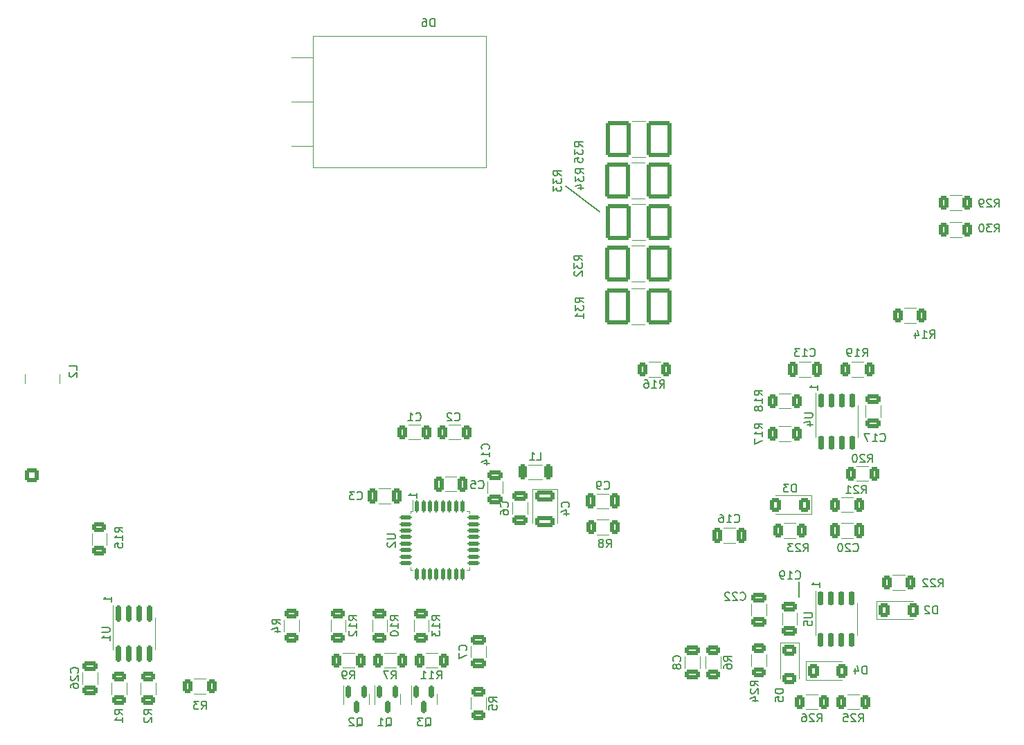
<source format=gbo>
G04 #@! TF.GenerationSoftware,KiCad,Pcbnew,7.0.2*
G04 #@! TF.CreationDate,2023-08-05T12:43:45+02:00*
G04 #@! TF.ProjectId,Module_2,4d6f6475-6c65-45f3-922e-6b696361645f,rev?*
G04 #@! TF.SameCoordinates,Original*
G04 #@! TF.FileFunction,Legend,Bot*
G04 #@! TF.FilePolarity,Positive*
%FSLAX46Y46*%
G04 Gerber Fmt 4.6, Leading zero omitted, Abs format (unit mm)*
G04 Created by KiCad (PCBNEW 7.0.2) date 2023-08-05 12:43:45*
%MOMM*%
%LPD*%
G01*
G04 APERTURE LIST*
G04 Aperture macros list*
%AMRoundRect*
0 Rectangle with rounded corners*
0 $1 Rounding radius*
0 $2 $3 $4 $5 $6 $7 $8 $9 X,Y pos of 4 corners*
0 Add a 4 corners polygon primitive as box body*
4,1,4,$2,$3,$4,$5,$6,$7,$8,$9,$2,$3,0*
0 Add four circle primitives for the rounded corners*
1,1,$1+$1,$2,$3*
1,1,$1+$1,$4,$5*
1,1,$1+$1,$6,$7*
1,1,$1+$1,$8,$9*
0 Add four rect primitives between the rounded corners*
20,1,$1+$1,$2,$3,$4,$5,0*
20,1,$1+$1,$4,$5,$6,$7,0*
20,1,$1+$1,$6,$7,$8,$9,0*
20,1,$1+$1,$8,$9,$2,$3,0*%
G04 Aperture macros list end*
%ADD10C,0.150000*%
%ADD11C,0.120000*%
%ADD12RoundRect,0.250000X-0.600000X-0.600000X0.600000X-0.600000X0.600000X0.600000X-0.600000X0.600000X0*%
%ADD13C,1.700000*%
%ADD14R,1.600000X1.600000*%
%ADD15C,1.600000*%
%ADD16C,5.000000*%
%ADD17C,2.400000*%
%ADD18O,2.400000X2.400000*%
%ADD19RoundRect,0.250000X0.600000X-0.600000X0.600000X0.600000X-0.600000X0.600000X-0.600000X-0.600000X0*%
%ADD20C,3.500000*%
%ADD21R,1.800000X1.800000*%
%ADD22C,1.800000*%
%ADD23R,1.730000X2.030000*%
%ADD24O,1.730000X2.030000*%
%ADD25C,2.000000*%
%ADD26C,1.500000*%
%ADD27O,1.600000X1.600000*%
%ADD28R,2.030000X1.730000*%
%ADD29O,2.030000X1.730000*%
%ADD30R,1.700000X1.700000*%
%ADD31O,1.700000X1.700000*%
%ADD32C,1.440000*%
%ADD33RoundRect,0.250000X-0.312500X-0.625000X0.312500X-0.625000X0.312500X0.625000X-0.312500X0.625000X0*%
%ADD34RoundRect,0.150000X-0.150000X0.587500X-0.150000X-0.587500X0.150000X-0.587500X0.150000X0.587500X0*%
%ADD35RoundRect,0.250001X-1.262499X-1.974999X1.262499X-1.974999X1.262499X1.974999X-1.262499X1.974999X0*%
%ADD36R,4.500000X1.750000*%
%ADD37RoundRect,0.250000X0.325000X0.650000X-0.325000X0.650000X-0.325000X-0.650000X0.325000X-0.650000X0*%
%ADD38RoundRect,0.250000X-0.625000X0.312500X-0.625000X-0.312500X0.625000X-0.312500X0.625000X0.312500X0*%
%ADD39RoundRect,0.250000X-0.400000X-0.600000X0.400000X-0.600000X0.400000X0.600000X-0.400000X0.600000X0*%
%ADD40RoundRect,0.250000X-0.650000X0.325000X-0.650000X-0.325000X0.650000X-0.325000X0.650000X0.325000X0*%
%ADD41RoundRect,0.250000X0.650000X-0.325000X0.650000X0.325000X-0.650000X0.325000X-0.650000X-0.325000X0*%
%ADD42RoundRect,0.250000X-0.325000X-0.650000X0.325000X-0.650000X0.325000X0.650000X-0.325000X0.650000X0*%
%ADD43RoundRect,0.250000X0.275000X0.700000X-0.275000X0.700000X-0.275000X-0.700000X0.275000X-0.700000X0*%
%ADD44RoundRect,0.250000X0.312500X0.625000X-0.312500X0.625000X-0.312500X-0.625000X0.312500X-0.625000X0*%
%ADD45RoundRect,0.250000X0.625000X-0.312500X0.625000X0.312500X-0.625000X0.312500X-0.625000X-0.312500X0*%
%ADD46RoundRect,0.125000X-0.125000X0.625000X-0.125000X-0.625000X0.125000X-0.625000X0.125000X0.625000X0*%
%ADD47RoundRect,0.125000X-0.625000X0.125000X-0.625000X-0.125000X0.625000X-0.125000X0.625000X0.125000X0*%
%ADD48RoundRect,0.150000X-0.150000X0.725000X-0.150000X-0.725000X0.150000X-0.725000X0.150000X0.725000X0*%
%ADD49RoundRect,0.250000X-0.925000X0.412500X-0.925000X-0.412500X0.925000X-0.412500X0.925000X0.412500X0*%
%ADD50RoundRect,0.150000X-0.150000X0.825000X-0.150000X-0.825000X0.150000X-0.825000X0.150000X0.825000X0*%
%ADD51RoundRect,0.250000X-0.600000X0.400000X-0.600000X-0.400000X0.600000X-0.400000X0.600000X0.400000X0*%
%ADD52RoundRect,0.250000X0.400000X0.600000X-0.400000X0.600000X-0.400000X-0.600000X0.400000X-0.600000X0*%
%ADD53O,3.600000X3.600000*%
%ADD54R,4.500000X2.500000*%
%ADD55O,4.500000X2.500000*%
G04 APERTURE END LIST*
D10*
X110982907Y-67505359D02*
X115163496Y-70640801D01*
X139540613Y-115954239D02*
X139575451Y-117812279D01*
X92788717Y-105638098D02*
X92788717Y-105066670D01*
X92788717Y-105352384D02*
X91788717Y-105352384D01*
X91788717Y-105352384D02*
X91931574Y-105257146D01*
X91931574Y-105257146D02*
X92026812Y-105161908D01*
X92026812Y-105161908D02*
X92074431Y-105066670D01*
X142117619Y-116585904D02*
X142117619Y-116014476D01*
X142117619Y-116300190D02*
X141117619Y-116300190D01*
X141117619Y-116300190D02*
X141260476Y-116204952D01*
X141260476Y-116204952D02*
X141355714Y-116109714D01*
X141355714Y-116109714D02*
X141403333Y-116014476D01*
X141863619Y-92455904D02*
X141863619Y-91884476D01*
X141863619Y-92170190D02*
X140863619Y-92170190D01*
X140863619Y-92170190D02*
X141006476Y-92074952D01*
X141006476Y-92074952D02*
X141101714Y-91979714D01*
X141101714Y-91979714D02*
X141149333Y-91884476D01*
X55503619Y-118363904D02*
X55503619Y-117792476D01*
X55503619Y-118078190D02*
X54503619Y-118078190D01*
X54503619Y-118078190D02*
X54646476Y-117982952D01*
X54646476Y-117982952D02*
X54741714Y-117887714D01*
X54741714Y-117887714D02*
X54789333Y-117792476D01*
X146847857Y-133050619D02*
X147181190Y-132574428D01*
X147419285Y-133050619D02*
X147419285Y-132050619D01*
X147419285Y-132050619D02*
X147038333Y-132050619D01*
X147038333Y-132050619D02*
X146943095Y-132098238D01*
X146943095Y-132098238D02*
X146895476Y-132145857D01*
X146895476Y-132145857D02*
X146847857Y-132241095D01*
X146847857Y-132241095D02*
X146847857Y-132383952D01*
X146847857Y-132383952D02*
X146895476Y-132479190D01*
X146895476Y-132479190D02*
X146943095Y-132526809D01*
X146943095Y-132526809D02*
X147038333Y-132574428D01*
X147038333Y-132574428D02*
X147419285Y-132574428D01*
X146466904Y-132145857D02*
X146419285Y-132098238D01*
X146419285Y-132098238D02*
X146324047Y-132050619D01*
X146324047Y-132050619D02*
X146085952Y-132050619D01*
X146085952Y-132050619D02*
X145990714Y-132098238D01*
X145990714Y-132098238D02*
X145943095Y-132145857D01*
X145943095Y-132145857D02*
X145895476Y-132241095D01*
X145895476Y-132241095D02*
X145895476Y-132336333D01*
X145895476Y-132336333D02*
X145943095Y-132479190D01*
X145943095Y-132479190D02*
X146514523Y-133050619D01*
X146514523Y-133050619D02*
X145895476Y-133050619D01*
X144990714Y-132050619D02*
X145466904Y-132050619D01*
X145466904Y-132050619D02*
X145514523Y-132526809D01*
X145514523Y-132526809D02*
X145466904Y-132479190D01*
X145466904Y-132479190D02*
X145371666Y-132431571D01*
X145371666Y-132431571D02*
X145133571Y-132431571D01*
X145133571Y-132431571D02*
X145038333Y-132479190D01*
X145038333Y-132479190D02*
X144990714Y-132526809D01*
X144990714Y-132526809D02*
X144943095Y-132622047D01*
X144943095Y-132622047D02*
X144943095Y-132860142D01*
X144943095Y-132860142D02*
X144990714Y-132955380D01*
X144990714Y-132955380D02*
X145038333Y-133003000D01*
X145038333Y-133003000D02*
X145133571Y-133050619D01*
X145133571Y-133050619D02*
X145371666Y-133050619D01*
X145371666Y-133050619D02*
X145466904Y-133003000D01*
X145466904Y-133003000D02*
X145514523Y-132955380D01*
X88995238Y-133653857D02*
X89090476Y-133606238D01*
X89090476Y-133606238D02*
X89185714Y-133511000D01*
X89185714Y-133511000D02*
X89328571Y-133368142D01*
X89328571Y-133368142D02*
X89423809Y-133320523D01*
X89423809Y-133320523D02*
X89519047Y-133320523D01*
X89471428Y-133558619D02*
X89566666Y-133511000D01*
X89566666Y-133511000D02*
X89661904Y-133415761D01*
X89661904Y-133415761D02*
X89709523Y-133225285D01*
X89709523Y-133225285D02*
X89709523Y-132891952D01*
X89709523Y-132891952D02*
X89661904Y-132701476D01*
X89661904Y-132701476D02*
X89566666Y-132606238D01*
X89566666Y-132606238D02*
X89471428Y-132558619D01*
X89471428Y-132558619D02*
X89280952Y-132558619D01*
X89280952Y-132558619D02*
X89185714Y-132606238D01*
X89185714Y-132606238D02*
X89090476Y-132701476D01*
X89090476Y-132701476D02*
X89042857Y-132891952D01*
X89042857Y-132891952D02*
X89042857Y-133225285D01*
X89042857Y-133225285D02*
X89090476Y-133415761D01*
X89090476Y-133415761D02*
X89185714Y-133511000D01*
X89185714Y-133511000D02*
X89280952Y-133558619D01*
X89280952Y-133558619D02*
X89471428Y-133558619D01*
X88090476Y-133558619D02*
X88661904Y-133558619D01*
X88376190Y-133558619D02*
X88376190Y-132558619D01*
X88376190Y-132558619D02*
X88471428Y-132701476D01*
X88471428Y-132701476D02*
X88566666Y-132796714D01*
X88566666Y-132796714D02*
X88661904Y-132844333D01*
X113100342Y-62681912D02*
X112624151Y-62348579D01*
X113100342Y-62110484D02*
X112100342Y-62110484D01*
X112100342Y-62110484D02*
X112100342Y-62491436D01*
X112100342Y-62491436D02*
X112147961Y-62586674D01*
X112147961Y-62586674D02*
X112195580Y-62634293D01*
X112195580Y-62634293D02*
X112290818Y-62681912D01*
X112290818Y-62681912D02*
X112433675Y-62681912D01*
X112433675Y-62681912D02*
X112528913Y-62634293D01*
X112528913Y-62634293D02*
X112576532Y-62586674D01*
X112576532Y-62586674D02*
X112624151Y-62491436D01*
X112624151Y-62491436D02*
X112624151Y-62110484D01*
X112100342Y-63015246D02*
X112100342Y-63634293D01*
X112100342Y-63634293D02*
X112481294Y-63300960D01*
X112481294Y-63300960D02*
X112481294Y-63443817D01*
X112481294Y-63443817D02*
X112528913Y-63539055D01*
X112528913Y-63539055D02*
X112576532Y-63586674D01*
X112576532Y-63586674D02*
X112671770Y-63634293D01*
X112671770Y-63634293D02*
X112909865Y-63634293D01*
X112909865Y-63634293D02*
X113005103Y-63586674D01*
X113005103Y-63586674D02*
X113052723Y-63539055D01*
X113052723Y-63539055D02*
X113100342Y-63443817D01*
X113100342Y-63443817D02*
X113100342Y-63158103D01*
X113100342Y-63158103D02*
X113052723Y-63062865D01*
X113052723Y-63062865D02*
X113005103Y-63015246D01*
X112100342Y-64539055D02*
X112100342Y-64062865D01*
X112100342Y-64062865D02*
X112576532Y-64015246D01*
X112576532Y-64015246D02*
X112528913Y-64062865D01*
X112528913Y-64062865D02*
X112481294Y-64158103D01*
X112481294Y-64158103D02*
X112481294Y-64396198D01*
X112481294Y-64396198D02*
X112528913Y-64491436D01*
X112528913Y-64491436D02*
X112576532Y-64539055D01*
X112576532Y-64539055D02*
X112671770Y-64586674D01*
X112671770Y-64586674D02*
X112909865Y-64586674D01*
X112909865Y-64586674D02*
X113005103Y-64539055D01*
X113005103Y-64539055D02*
X113052723Y-64491436D01*
X113052723Y-64491436D02*
X113100342Y-64396198D01*
X113100342Y-64396198D02*
X113100342Y-64158103D01*
X113100342Y-64158103D02*
X113052723Y-64062865D01*
X113052723Y-64062865D02*
X113005103Y-64015246D01*
X51262619Y-90003333D02*
X51262619Y-89527143D01*
X51262619Y-89527143D02*
X50262619Y-89527143D01*
X50357857Y-90289048D02*
X50310238Y-90336667D01*
X50310238Y-90336667D02*
X50262619Y-90431905D01*
X50262619Y-90431905D02*
X50262619Y-90670000D01*
X50262619Y-90670000D02*
X50310238Y-90765238D01*
X50310238Y-90765238D02*
X50357857Y-90812857D01*
X50357857Y-90812857D02*
X50453095Y-90860476D01*
X50453095Y-90860476D02*
X50548333Y-90860476D01*
X50548333Y-90860476D02*
X50691190Y-90812857D01*
X50691190Y-90812857D02*
X51262619Y-90241429D01*
X51262619Y-90241429D02*
X51262619Y-90860476D01*
X146184857Y-112127380D02*
X146232476Y-112175000D01*
X146232476Y-112175000D02*
X146375333Y-112222619D01*
X146375333Y-112222619D02*
X146470571Y-112222619D01*
X146470571Y-112222619D02*
X146613428Y-112175000D01*
X146613428Y-112175000D02*
X146708666Y-112079761D01*
X146708666Y-112079761D02*
X146756285Y-111984523D01*
X146756285Y-111984523D02*
X146803904Y-111794047D01*
X146803904Y-111794047D02*
X146803904Y-111651190D01*
X146803904Y-111651190D02*
X146756285Y-111460714D01*
X146756285Y-111460714D02*
X146708666Y-111365476D01*
X146708666Y-111365476D02*
X146613428Y-111270238D01*
X146613428Y-111270238D02*
X146470571Y-111222619D01*
X146470571Y-111222619D02*
X146375333Y-111222619D01*
X146375333Y-111222619D02*
X146232476Y-111270238D01*
X146232476Y-111270238D02*
X146184857Y-111317857D01*
X145803904Y-111317857D02*
X145756285Y-111270238D01*
X145756285Y-111270238D02*
X145661047Y-111222619D01*
X145661047Y-111222619D02*
X145422952Y-111222619D01*
X145422952Y-111222619D02*
X145327714Y-111270238D01*
X145327714Y-111270238D02*
X145280095Y-111317857D01*
X145280095Y-111317857D02*
X145232476Y-111413095D01*
X145232476Y-111413095D02*
X145232476Y-111508333D01*
X145232476Y-111508333D02*
X145280095Y-111651190D01*
X145280095Y-111651190D02*
X145851523Y-112222619D01*
X145851523Y-112222619D02*
X145232476Y-112222619D01*
X144613428Y-111222619D02*
X144518190Y-111222619D01*
X144518190Y-111222619D02*
X144422952Y-111270238D01*
X144422952Y-111270238D02*
X144375333Y-111317857D01*
X144375333Y-111317857D02*
X144327714Y-111413095D01*
X144327714Y-111413095D02*
X144280095Y-111603571D01*
X144280095Y-111603571D02*
X144280095Y-111841666D01*
X144280095Y-111841666D02*
X144327714Y-112032142D01*
X144327714Y-112032142D02*
X144375333Y-112127380D01*
X144375333Y-112127380D02*
X144422952Y-112175000D01*
X144422952Y-112175000D02*
X144518190Y-112222619D01*
X144518190Y-112222619D02*
X144613428Y-112222619D01*
X144613428Y-112222619D02*
X144708666Y-112175000D01*
X144708666Y-112175000D02*
X144756285Y-112127380D01*
X144756285Y-112127380D02*
X144803904Y-112032142D01*
X144803904Y-112032142D02*
X144851523Y-111841666D01*
X144851523Y-111841666D02*
X144851523Y-111603571D01*
X144851523Y-111603571D02*
X144803904Y-111413095D01*
X144803904Y-111413095D02*
X144756285Y-111317857D01*
X144756285Y-111317857D02*
X144708666Y-111270238D01*
X144708666Y-111270238D02*
X144613428Y-111222619D01*
X156598857Y-116540619D02*
X156932190Y-116064428D01*
X157170285Y-116540619D02*
X157170285Y-115540619D01*
X157170285Y-115540619D02*
X156789333Y-115540619D01*
X156789333Y-115540619D02*
X156694095Y-115588238D01*
X156694095Y-115588238D02*
X156646476Y-115635857D01*
X156646476Y-115635857D02*
X156598857Y-115731095D01*
X156598857Y-115731095D02*
X156598857Y-115873952D01*
X156598857Y-115873952D02*
X156646476Y-115969190D01*
X156646476Y-115969190D02*
X156694095Y-116016809D01*
X156694095Y-116016809D02*
X156789333Y-116064428D01*
X156789333Y-116064428D02*
X157170285Y-116064428D01*
X156217904Y-115635857D02*
X156170285Y-115588238D01*
X156170285Y-115588238D02*
X156075047Y-115540619D01*
X156075047Y-115540619D02*
X155836952Y-115540619D01*
X155836952Y-115540619D02*
X155741714Y-115588238D01*
X155741714Y-115588238D02*
X155694095Y-115635857D01*
X155694095Y-115635857D02*
X155646476Y-115731095D01*
X155646476Y-115731095D02*
X155646476Y-115826333D01*
X155646476Y-115826333D02*
X155694095Y-115969190D01*
X155694095Y-115969190D02*
X156265523Y-116540619D01*
X156265523Y-116540619D02*
X155646476Y-116540619D01*
X155265523Y-115635857D02*
X155217904Y-115588238D01*
X155217904Y-115588238D02*
X155122666Y-115540619D01*
X155122666Y-115540619D02*
X154884571Y-115540619D01*
X154884571Y-115540619D02*
X154789333Y-115588238D01*
X154789333Y-115588238D02*
X154741714Y-115635857D01*
X154741714Y-115635857D02*
X154694095Y-115731095D01*
X154694095Y-115731095D02*
X154694095Y-115826333D01*
X154694095Y-115826333D02*
X154741714Y-115969190D01*
X154741714Y-115969190D02*
X155313142Y-116540619D01*
X155313142Y-116540619D02*
X154694095Y-116540619D01*
X56850619Y-109847142D02*
X56374428Y-109513809D01*
X56850619Y-109275714D02*
X55850619Y-109275714D01*
X55850619Y-109275714D02*
X55850619Y-109656666D01*
X55850619Y-109656666D02*
X55898238Y-109751904D01*
X55898238Y-109751904D02*
X55945857Y-109799523D01*
X55945857Y-109799523D02*
X56041095Y-109847142D01*
X56041095Y-109847142D02*
X56183952Y-109847142D01*
X56183952Y-109847142D02*
X56279190Y-109799523D01*
X56279190Y-109799523D02*
X56326809Y-109751904D01*
X56326809Y-109751904D02*
X56374428Y-109656666D01*
X56374428Y-109656666D02*
X56374428Y-109275714D01*
X56850619Y-110799523D02*
X56850619Y-110228095D01*
X56850619Y-110513809D02*
X55850619Y-110513809D01*
X55850619Y-110513809D02*
X55993476Y-110418571D01*
X55993476Y-110418571D02*
X56088714Y-110323333D01*
X56088714Y-110323333D02*
X56136333Y-110228095D01*
X55850619Y-111704285D02*
X55850619Y-111228095D01*
X55850619Y-111228095D02*
X56326809Y-111180476D01*
X56326809Y-111180476D02*
X56279190Y-111228095D01*
X56279190Y-111228095D02*
X56231571Y-111323333D01*
X56231571Y-111323333D02*
X56231571Y-111561428D01*
X56231571Y-111561428D02*
X56279190Y-111656666D01*
X56279190Y-111656666D02*
X56326809Y-111704285D01*
X56326809Y-111704285D02*
X56422047Y-111751904D01*
X56422047Y-111751904D02*
X56660142Y-111751904D01*
X56660142Y-111751904D02*
X56755380Y-111704285D01*
X56755380Y-111704285D02*
X56803000Y-111656666D01*
X56803000Y-111656666D02*
X56850619Y-111561428D01*
X56850619Y-111561428D02*
X56850619Y-111323333D01*
X56850619Y-111323333D02*
X56803000Y-111228095D01*
X56803000Y-111228095D02*
X56755380Y-111180476D01*
X95257857Y-127812619D02*
X95591190Y-127336428D01*
X95829285Y-127812619D02*
X95829285Y-126812619D01*
X95829285Y-126812619D02*
X95448333Y-126812619D01*
X95448333Y-126812619D02*
X95353095Y-126860238D01*
X95353095Y-126860238D02*
X95305476Y-126907857D01*
X95305476Y-126907857D02*
X95257857Y-127003095D01*
X95257857Y-127003095D02*
X95257857Y-127145952D01*
X95257857Y-127145952D02*
X95305476Y-127241190D01*
X95305476Y-127241190D02*
X95353095Y-127288809D01*
X95353095Y-127288809D02*
X95448333Y-127336428D01*
X95448333Y-127336428D02*
X95829285Y-127336428D01*
X94305476Y-127812619D02*
X94876904Y-127812619D01*
X94591190Y-127812619D02*
X94591190Y-126812619D01*
X94591190Y-126812619D02*
X94686428Y-126955476D01*
X94686428Y-126955476D02*
X94781666Y-127050714D01*
X94781666Y-127050714D02*
X94876904Y-127098333D01*
X93353095Y-127812619D02*
X93924523Y-127812619D01*
X93638809Y-127812619D02*
X93638809Y-126812619D01*
X93638809Y-126812619D02*
X93734047Y-126955476D01*
X93734047Y-126955476D02*
X93829285Y-127050714D01*
X93829285Y-127050714D02*
X93924523Y-127098333D01*
X122501357Y-92198619D02*
X122834690Y-91722428D01*
X123072785Y-92198619D02*
X123072785Y-91198619D01*
X123072785Y-91198619D02*
X122691833Y-91198619D01*
X122691833Y-91198619D02*
X122596595Y-91246238D01*
X122596595Y-91246238D02*
X122548976Y-91293857D01*
X122548976Y-91293857D02*
X122501357Y-91389095D01*
X122501357Y-91389095D02*
X122501357Y-91531952D01*
X122501357Y-91531952D02*
X122548976Y-91627190D01*
X122548976Y-91627190D02*
X122596595Y-91674809D01*
X122596595Y-91674809D02*
X122691833Y-91722428D01*
X122691833Y-91722428D02*
X123072785Y-91722428D01*
X121548976Y-92198619D02*
X122120404Y-92198619D01*
X121834690Y-92198619D02*
X121834690Y-91198619D01*
X121834690Y-91198619D02*
X121929928Y-91341476D01*
X121929928Y-91341476D02*
X122025166Y-91436714D01*
X122025166Y-91436714D02*
X122120404Y-91484333D01*
X120691833Y-91198619D02*
X120882309Y-91198619D01*
X120882309Y-91198619D02*
X120977547Y-91246238D01*
X120977547Y-91246238D02*
X121025166Y-91293857D01*
X121025166Y-91293857D02*
X121120404Y-91436714D01*
X121120404Y-91436714D02*
X121168023Y-91627190D01*
X121168023Y-91627190D02*
X121168023Y-92008142D01*
X121168023Y-92008142D02*
X121120404Y-92103380D01*
X121120404Y-92103380D02*
X121072785Y-92151000D01*
X121072785Y-92151000D02*
X120977547Y-92198619D01*
X120977547Y-92198619D02*
X120787071Y-92198619D01*
X120787071Y-92198619D02*
X120691833Y-92151000D01*
X120691833Y-92151000D02*
X120644214Y-92103380D01*
X120644214Y-92103380D02*
X120596595Y-92008142D01*
X120596595Y-92008142D02*
X120596595Y-91770047D01*
X120596595Y-91770047D02*
X120644214Y-91674809D01*
X120644214Y-91674809D02*
X120691833Y-91627190D01*
X120691833Y-91627190D02*
X120787071Y-91579571D01*
X120787071Y-91579571D02*
X120977547Y-91579571D01*
X120977547Y-91579571D02*
X121072785Y-91627190D01*
X121072785Y-91627190D02*
X121120404Y-91674809D01*
X121120404Y-91674809D02*
X121168023Y-91770047D01*
X147804094Y-127208619D02*
X147804094Y-126208619D01*
X147804094Y-126208619D02*
X147565999Y-126208619D01*
X147565999Y-126208619D02*
X147423142Y-126256238D01*
X147423142Y-126256238D02*
X147327904Y-126351476D01*
X147327904Y-126351476D02*
X147280285Y-126446714D01*
X147280285Y-126446714D02*
X147232666Y-126637190D01*
X147232666Y-126637190D02*
X147232666Y-126780047D01*
X147232666Y-126780047D02*
X147280285Y-126970523D01*
X147280285Y-126970523D02*
X147327904Y-127065761D01*
X147327904Y-127065761D02*
X147423142Y-127161000D01*
X147423142Y-127161000D02*
X147565999Y-127208619D01*
X147565999Y-127208619D02*
X147804094Y-127208619D01*
X146375523Y-126541952D02*
X146375523Y-127208619D01*
X146613618Y-126161000D02*
X146851713Y-126875285D01*
X146851713Y-126875285D02*
X146232666Y-126875285D01*
X51349380Y-127057642D02*
X51397000Y-127010023D01*
X51397000Y-127010023D02*
X51444619Y-126867166D01*
X51444619Y-126867166D02*
X51444619Y-126771928D01*
X51444619Y-126771928D02*
X51397000Y-126629071D01*
X51397000Y-126629071D02*
X51301761Y-126533833D01*
X51301761Y-126533833D02*
X51206523Y-126486214D01*
X51206523Y-126486214D02*
X51016047Y-126438595D01*
X51016047Y-126438595D02*
X50873190Y-126438595D01*
X50873190Y-126438595D02*
X50682714Y-126486214D01*
X50682714Y-126486214D02*
X50587476Y-126533833D01*
X50587476Y-126533833D02*
X50492238Y-126629071D01*
X50492238Y-126629071D02*
X50444619Y-126771928D01*
X50444619Y-126771928D02*
X50444619Y-126867166D01*
X50444619Y-126867166D02*
X50492238Y-127010023D01*
X50492238Y-127010023D02*
X50539857Y-127057642D01*
X50539857Y-127438595D02*
X50492238Y-127486214D01*
X50492238Y-127486214D02*
X50444619Y-127581452D01*
X50444619Y-127581452D02*
X50444619Y-127819547D01*
X50444619Y-127819547D02*
X50492238Y-127914785D01*
X50492238Y-127914785D02*
X50539857Y-127962404D01*
X50539857Y-127962404D02*
X50635095Y-128010023D01*
X50635095Y-128010023D02*
X50730333Y-128010023D01*
X50730333Y-128010023D02*
X50873190Y-127962404D01*
X50873190Y-127962404D02*
X51444619Y-127390976D01*
X51444619Y-127390976D02*
X51444619Y-128010023D01*
X50444619Y-128867166D02*
X50444619Y-128676690D01*
X50444619Y-128676690D02*
X50492238Y-128581452D01*
X50492238Y-128581452D02*
X50539857Y-128533833D01*
X50539857Y-128533833D02*
X50682714Y-128438595D01*
X50682714Y-128438595D02*
X50873190Y-128390976D01*
X50873190Y-128390976D02*
X51254142Y-128390976D01*
X51254142Y-128390976D02*
X51349380Y-128438595D01*
X51349380Y-128438595D02*
X51397000Y-128486214D01*
X51397000Y-128486214D02*
X51444619Y-128581452D01*
X51444619Y-128581452D02*
X51444619Y-128771928D01*
X51444619Y-128771928D02*
X51397000Y-128867166D01*
X51397000Y-128867166D02*
X51349380Y-128914785D01*
X51349380Y-128914785D02*
X51254142Y-128962404D01*
X51254142Y-128962404D02*
X51016047Y-128962404D01*
X51016047Y-128962404D02*
X50920809Y-128914785D01*
X50920809Y-128914785D02*
X50873190Y-128867166D01*
X50873190Y-128867166D02*
X50825571Y-128771928D01*
X50825571Y-128771928D02*
X50825571Y-128581452D01*
X50825571Y-128581452D02*
X50873190Y-128486214D01*
X50873190Y-128486214D02*
X50920809Y-128438595D01*
X50920809Y-128438595D02*
X51016047Y-128390976D01*
X149486857Y-98665380D02*
X149534476Y-98713000D01*
X149534476Y-98713000D02*
X149677333Y-98760619D01*
X149677333Y-98760619D02*
X149772571Y-98760619D01*
X149772571Y-98760619D02*
X149915428Y-98713000D01*
X149915428Y-98713000D02*
X150010666Y-98617761D01*
X150010666Y-98617761D02*
X150058285Y-98522523D01*
X150058285Y-98522523D02*
X150105904Y-98332047D01*
X150105904Y-98332047D02*
X150105904Y-98189190D01*
X150105904Y-98189190D02*
X150058285Y-97998714D01*
X150058285Y-97998714D02*
X150010666Y-97903476D01*
X150010666Y-97903476D02*
X149915428Y-97808238D01*
X149915428Y-97808238D02*
X149772571Y-97760619D01*
X149772571Y-97760619D02*
X149677333Y-97760619D01*
X149677333Y-97760619D02*
X149534476Y-97808238D01*
X149534476Y-97808238D02*
X149486857Y-97855857D01*
X148534476Y-98760619D02*
X149105904Y-98760619D01*
X148820190Y-98760619D02*
X148820190Y-97760619D01*
X148820190Y-97760619D02*
X148915428Y-97903476D01*
X148915428Y-97903476D02*
X149010666Y-97998714D01*
X149010666Y-97998714D02*
X149105904Y-98046333D01*
X148201142Y-97760619D02*
X147534476Y-97760619D01*
X147534476Y-97760619D02*
X147963047Y-98760619D01*
X125009380Y-125624833D02*
X125057000Y-125577214D01*
X125057000Y-125577214D02*
X125104619Y-125434357D01*
X125104619Y-125434357D02*
X125104619Y-125339119D01*
X125104619Y-125339119D02*
X125057000Y-125196262D01*
X125057000Y-125196262D02*
X124961761Y-125101024D01*
X124961761Y-125101024D02*
X124866523Y-125053405D01*
X124866523Y-125053405D02*
X124676047Y-125005786D01*
X124676047Y-125005786D02*
X124533190Y-125005786D01*
X124533190Y-125005786D02*
X124342714Y-125053405D01*
X124342714Y-125053405D02*
X124247476Y-125101024D01*
X124247476Y-125101024D02*
X124152238Y-125196262D01*
X124152238Y-125196262D02*
X124104619Y-125339119D01*
X124104619Y-125339119D02*
X124104619Y-125434357D01*
X124104619Y-125434357D02*
X124152238Y-125577214D01*
X124152238Y-125577214D02*
X124199857Y-125624833D01*
X124533190Y-126196262D02*
X124485571Y-126101024D01*
X124485571Y-126101024D02*
X124437952Y-126053405D01*
X124437952Y-126053405D02*
X124342714Y-126005786D01*
X124342714Y-126005786D02*
X124295095Y-126005786D01*
X124295095Y-126005786D02*
X124199857Y-126053405D01*
X124199857Y-126053405D02*
X124152238Y-126101024D01*
X124152238Y-126101024D02*
X124104619Y-126196262D01*
X124104619Y-126196262D02*
X124104619Y-126386738D01*
X124104619Y-126386738D02*
X124152238Y-126481976D01*
X124152238Y-126481976D02*
X124199857Y-126529595D01*
X124199857Y-126529595D02*
X124295095Y-126577214D01*
X124295095Y-126577214D02*
X124342714Y-126577214D01*
X124342714Y-126577214D02*
X124437952Y-126529595D01*
X124437952Y-126529595D02*
X124485571Y-126481976D01*
X124485571Y-126481976D02*
X124533190Y-126386738D01*
X124533190Y-126386738D02*
X124533190Y-126196262D01*
X124533190Y-126196262D02*
X124580809Y-126101024D01*
X124580809Y-126101024D02*
X124628428Y-126053405D01*
X124628428Y-126053405D02*
X124723666Y-126005786D01*
X124723666Y-126005786D02*
X124914142Y-126005786D01*
X124914142Y-126005786D02*
X125009380Y-126053405D01*
X125009380Y-126053405D02*
X125057000Y-126101024D01*
X125057000Y-126101024D02*
X125104619Y-126196262D01*
X125104619Y-126196262D02*
X125104619Y-126386738D01*
X125104619Y-126386738D02*
X125057000Y-126481976D01*
X125057000Y-126481976D02*
X125009380Y-126529595D01*
X125009380Y-126529595D02*
X124914142Y-126577214D01*
X124914142Y-126577214D02*
X124723666Y-126577214D01*
X124723666Y-126577214D02*
X124628428Y-126529595D01*
X124628428Y-126529595D02*
X124580809Y-126481976D01*
X124580809Y-126481976D02*
X124533190Y-126386738D01*
X140899857Y-88251380D02*
X140947476Y-88299000D01*
X140947476Y-88299000D02*
X141090333Y-88346619D01*
X141090333Y-88346619D02*
X141185571Y-88346619D01*
X141185571Y-88346619D02*
X141328428Y-88299000D01*
X141328428Y-88299000D02*
X141423666Y-88203761D01*
X141423666Y-88203761D02*
X141471285Y-88108523D01*
X141471285Y-88108523D02*
X141518904Y-87918047D01*
X141518904Y-87918047D02*
X141518904Y-87775190D01*
X141518904Y-87775190D02*
X141471285Y-87584714D01*
X141471285Y-87584714D02*
X141423666Y-87489476D01*
X141423666Y-87489476D02*
X141328428Y-87394238D01*
X141328428Y-87394238D02*
X141185571Y-87346619D01*
X141185571Y-87346619D02*
X141090333Y-87346619D01*
X141090333Y-87346619D02*
X140947476Y-87394238D01*
X140947476Y-87394238D02*
X140899857Y-87441857D01*
X139947476Y-88346619D02*
X140518904Y-88346619D01*
X140233190Y-88346619D02*
X140233190Y-87346619D01*
X140233190Y-87346619D02*
X140328428Y-87489476D01*
X140328428Y-87489476D02*
X140423666Y-87584714D01*
X140423666Y-87584714D02*
X140518904Y-87632333D01*
X139614142Y-87346619D02*
X138995095Y-87346619D01*
X138995095Y-87346619D02*
X139328428Y-87727571D01*
X139328428Y-87727571D02*
X139185571Y-87727571D01*
X139185571Y-87727571D02*
X139090333Y-87775190D01*
X139090333Y-87775190D02*
X139042714Y-87822809D01*
X139042714Y-87822809D02*
X138995095Y-87918047D01*
X138995095Y-87918047D02*
X138995095Y-88156142D01*
X138995095Y-88156142D02*
X139042714Y-88251380D01*
X139042714Y-88251380D02*
X139090333Y-88299000D01*
X139090333Y-88299000D02*
X139185571Y-88346619D01*
X139185571Y-88346619D02*
X139471285Y-88346619D01*
X139471285Y-88346619D02*
X139566523Y-88299000D01*
X139566523Y-88299000D02*
X139614142Y-88251380D01*
X156440094Y-119842619D02*
X156440094Y-118842619D01*
X156440094Y-118842619D02*
X156201999Y-118842619D01*
X156201999Y-118842619D02*
X156059142Y-118890238D01*
X156059142Y-118890238D02*
X155963904Y-118985476D01*
X155963904Y-118985476D02*
X155916285Y-119080714D01*
X155916285Y-119080714D02*
X155868666Y-119271190D01*
X155868666Y-119271190D02*
X155868666Y-119414047D01*
X155868666Y-119414047D02*
X155916285Y-119604523D01*
X155916285Y-119604523D02*
X155963904Y-119699761D01*
X155963904Y-119699761D02*
X156059142Y-119795000D01*
X156059142Y-119795000D02*
X156201999Y-119842619D01*
X156201999Y-119842619D02*
X156440094Y-119842619D01*
X155487713Y-118937857D02*
X155440094Y-118890238D01*
X155440094Y-118890238D02*
X155344856Y-118842619D01*
X155344856Y-118842619D02*
X155106761Y-118842619D01*
X155106761Y-118842619D02*
X155011523Y-118890238D01*
X155011523Y-118890238D02*
X154963904Y-118937857D01*
X154963904Y-118937857D02*
X154916285Y-119033095D01*
X154916285Y-119033095D02*
X154916285Y-119128333D01*
X154916285Y-119128333D02*
X154963904Y-119271190D01*
X154963904Y-119271190D02*
X155535332Y-119842619D01*
X155535332Y-119842619D02*
X154916285Y-119842619D01*
X93821238Y-133653857D02*
X93916476Y-133606238D01*
X93916476Y-133606238D02*
X94011714Y-133511000D01*
X94011714Y-133511000D02*
X94154571Y-133368142D01*
X94154571Y-133368142D02*
X94249809Y-133320523D01*
X94249809Y-133320523D02*
X94345047Y-133320523D01*
X94297428Y-133558619D02*
X94392666Y-133511000D01*
X94392666Y-133511000D02*
X94487904Y-133415761D01*
X94487904Y-133415761D02*
X94535523Y-133225285D01*
X94535523Y-133225285D02*
X94535523Y-132891952D01*
X94535523Y-132891952D02*
X94487904Y-132701476D01*
X94487904Y-132701476D02*
X94392666Y-132606238D01*
X94392666Y-132606238D02*
X94297428Y-132558619D01*
X94297428Y-132558619D02*
X94106952Y-132558619D01*
X94106952Y-132558619D02*
X94011714Y-132606238D01*
X94011714Y-132606238D02*
X93916476Y-132701476D01*
X93916476Y-132701476D02*
X93868857Y-132891952D01*
X93868857Y-132891952D02*
X93868857Y-133225285D01*
X93868857Y-133225285D02*
X93916476Y-133415761D01*
X93916476Y-133415761D02*
X94011714Y-133511000D01*
X94011714Y-133511000D02*
X94106952Y-133558619D01*
X94106952Y-133558619D02*
X94297428Y-133558619D01*
X93535523Y-132558619D02*
X92916476Y-132558619D01*
X92916476Y-132558619D02*
X93249809Y-132939571D01*
X93249809Y-132939571D02*
X93106952Y-132939571D01*
X93106952Y-132939571D02*
X93011714Y-132987190D01*
X93011714Y-132987190D02*
X92964095Y-133034809D01*
X92964095Y-133034809D02*
X92916476Y-133130047D01*
X92916476Y-133130047D02*
X92916476Y-133368142D01*
X92916476Y-133368142D02*
X92964095Y-133463380D01*
X92964095Y-133463380D02*
X93011714Y-133511000D01*
X93011714Y-133511000D02*
X93106952Y-133558619D01*
X93106952Y-133558619D02*
X93392666Y-133558619D01*
X93392666Y-133558619D02*
X93487904Y-133511000D01*
X93487904Y-133511000D02*
X93535523Y-133463380D01*
X132373897Y-118096742D02*
X132421516Y-118144362D01*
X132421516Y-118144362D02*
X132564373Y-118191981D01*
X132564373Y-118191981D02*
X132659611Y-118191981D01*
X132659611Y-118191981D02*
X132802468Y-118144362D01*
X132802468Y-118144362D02*
X132897706Y-118049123D01*
X132897706Y-118049123D02*
X132945325Y-117953885D01*
X132945325Y-117953885D02*
X132992944Y-117763409D01*
X132992944Y-117763409D02*
X132992944Y-117620552D01*
X132992944Y-117620552D02*
X132945325Y-117430076D01*
X132945325Y-117430076D02*
X132897706Y-117334838D01*
X132897706Y-117334838D02*
X132802468Y-117239600D01*
X132802468Y-117239600D02*
X132659611Y-117191981D01*
X132659611Y-117191981D02*
X132564373Y-117191981D01*
X132564373Y-117191981D02*
X132421516Y-117239600D01*
X132421516Y-117239600D02*
X132373897Y-117287219D01*
X131992944Y-117287219D02*
X131945325Y-117239600D01*
X131945325Y-117239600D02*
X131850087Y-117191981D01*
X131850087Y-117191981D02*
X131611992Y-117191981D01*
X131611992Y-117191981D02*
X131516754Y-117239600D01*
X131516754Y-117239600D02*
X131469135Y-117287219D01*
X131469135Y-117287219D02*
X131421516Y-117382457D01*
X131421516Y-117382457D02*
X131421516Y-117477695D01*
X131421516Y-117477695D02*
X131469135Y-117620552D01*
X131469135Y-117620552D02*
X132040563Y-118191981D01*
X132040563Y-118191981D02*
X131421516Y-118191981D01*
X131040563Y-117287219D02*
X130992944Y-117239600D01*
X130992944Y-117239600D02*
X130897706Y-117191981D01*
X130897706Y-117191981D02*
X130659611Y-117191981D01*
X130659611Y-117191981D02*
X130564373Y-117239600D01*
X130564373Y-117239600D02*
X130516754Y-117287219D01*
X130516754Y-117287219D02*
X130469135Y-117382457D01*
X130469135Y-117382457D02*
X130469135Y-117477695D01*
X130469135Y-117477695D02*
X130516754Y-117620552D01*
X130516754Y-117620552D02*
X131088182Y-118191981D01*
X131088182Y-118191981D02*
X130469135Y-118191981D01*
X139109290Y-115508727D02*
X139156909Y-115556347D01*
X139156909Y-115556347D02*
X139299766Y-115603966D01*
X139299766Y-115603966D02*
X139395004Y-115603966D01*
X139395004Y-115603966D02*
X139537861Y-115556347D01*
X139537861Y-115556347D02*
X139633099Y-115461108D01*
X139633099Y-115461108D02*
X139680718Y-115365870D01*
X139680718Y-115365870D02*
X139728337Y-115175394D01*
X139728337Y-115175394D02*
X139728337Y-115032537D01*
X139728337Y-115032537D02*
X139680718Y-114842061D01*
X139680718Y-114842061D02*
X139633099Y-114746823D01*
X139633099Y-114746823D02*
X139537861Y-114651585D01*
X139537861Y-114651585D02*
X139395004Y-114603966D01*
X139395004Y-114603966D02*
X139299766Y-114603966D01*
X139299766Y-114603966D02*
X139156909Y-114651585D01*
X139156909Y-114651585D02*
X139109290Y-114699204D01*
X138156909Y-115603966D02*
X138728337Y-115603966D01*
X138442623Y-115603966D02*
X138442623Y-114603966D01*
X138442623Y-114603966D02*
X138537861Y-114746823D01*
X138537861Y-114746823D02*
X138633099Y-114842061D01*
X138633099Y-114842061D02*
X138728337Y-114889680D01*
X137680718Y-115603966D02*
X137490242Y-115603966D01*
X137490242Y-115603966D02*
X137395004Y-115556347D01*
X137395004Y-115556347D02*
X137347385Y-115508727D01*
X137347385Y-115508727D02*
X137252147Y-115365870D01*
X137252147Y-115365870D02*
X137204528Y-115175394D01*
X137204528Y-115175394D02*
X137204528Y-114794442D01*
X137204528Y-114794442D02*
X137252147Y-114699204D01*
X137252147Y-114699204D02*
X137299766Y-114651585D01*
X137299766Y-114651585D02*
X137395004Y-114603966D01*
X137395004Y-114603966D02*
X137585480Y-114603966D01*
X137585480Y-114603966D02*
X137680718Y-114651585D01*
X137680718Y-114651585D02*
X137728337Y-114699204D01*
X137728337Y-114699204D02*
X137775956Y-114794442D01*
X137775956Y-114794442D02*
X137775956Y-115032537D01*
X137775956Y-115032537D02*
X137728337Y-115127775D01*
X137728337Y-115127775D02*
X137680718Y-115175394D01*
X137680718Y-115175394D02*
X137585480Y-115223013D01*
X137585480Y-115223013D02*
X137395004Y-115223013D01*
X137395004Y-115223013D02*
X137299766Y-115175394D01*
X137299766Y-115175394D02*
X137252147Y-115127775D01*
X137252147Y-115127775D02*
X137204528Y-115032537D01*
X107481666Y-101051619D02*
X107957856Y-101051619D01*
X107957856Y-101051619D02*
X107957856Y-100051619D01*
X106624523Y-101051619D02*
X107195951Y-101051619D01*
X106910237Y-101051619D02*
X106910237Y-100051619D01*
X106910237Y-100051619D02*
X107005475Y-100194476D01*
X107005475Y-100194476D02*
X107100713Y-100289714D01*
X107100713Y-100289714D02*
X107195951Y-100337333D01*
X56850619Y-132167333D02*
X56374428Y-131834000D01*
X56850619Y-131595905D02*
X55850619Y-131595905D01*
X55850619Y-131595905D02*
X55850619Y-131976857D01*
X55850619Y-131976857D02*
X55898238Y-132072095D01*
X55898238Y-132072095D02*
X55945857Y-132119714D01*
X55945857Y-132119714D02*
X56041095Y-132167333D01*
X56041095Y-132167333D02*
X56183952Y-132167333D01*
X56183952Y-132167333D02*
X56279190Y-132119714D01*
X56279190Y-132119714D02*
X56326809Y-132072095D01*
X56326809Y-132072095D02*
X56374428Y-131976857D01*
X56374428Y-131976857D02*
X56374428Y-131595905D01*
X56850619Y-133119714D02*
X56850619Y-132548286D01*
X56850619Y-132834000D02*
X55850619Y-132834000D01*
X55850619Y-132834000D02*
X55993476Y-132738762D01*
X55993476Y-132738762D02*
X56088714Y-132643524D01*
X56088714Y-132643524D02*
X56136333Y-132548286D01*
X60406619Y-132167333D02*
X59930428Y-131834000D01*
X60406619Y-131595905D02*
X59406619Y-131595905D01*
X59406619Y-131595905D02*
X59406619Y-131976857D01*
X59406619Y-131976857D02*
X59454238Y-132072095D01*
X59454238Y-132072095D02*
X59501857Y-132119714D01*
X59501857Y-132119714D02*
X59597095Y-132167333D01*
X59597095Y-132167333D02*
X59739952Y-132167333D01*
X59739952Y-132167333D02*
X59835190Y-132119714D01*
X59835190Y-132119714D02*
X59882809Y-132072095D01*
X59882809Y-132072095D02*
X59930428Y-131976857D01*
X59930428Y-131976857D02*
X59930428Y-131595905D01*
X59501857Y-132548286D02*
X59454238Y-132595905D01*
X59454238Y-132595905D02*
X59406619Y-132691143D01*
X59406619Y-132691143D02*
X59406619Y-132929238D01*
X59406619Y-132929238D02*
X59454238Y-133024476D01*
X59454238Y-133024476D02*
X59501857Y-133072095D01*
X59501857Y-133072095D02*
X59597095Y-133119714D01*
X59597095Y-133119714D02*
X59692333Y-133119714D01*
X59692333Y-133119714D02*
X59835190Y-133072095D01*
X59835190Y-133072095D02*
X60406619Y-132500667D01*
X60406619Y-132500667D02*
X60406619Y-133119714D01*
X115990666Y-111714619D02*
X116323999Y-111238428D01*
X116562094Y-111714619D02*
X116562094Y-110714619D01*
X116562094Y-110714619D02*
X116181142Y-110714619D01*
X116181142Y-110714619D02*
X116085904Y-110762238D01*
X116085904Y-110762238D02*
X116038285Y-110809857D01*
X116038285Y-110809857D02*
X115990666Y-110905095D01*
X115990666Y-110905095D02*
X115990666Y-111047952D01*
X115990666Y-111047952D02*
X116038285Y-111143190D01*
X116038285Y-111143190D02*
X116085904Y-111190809D01*
X116085904Y-111190809D02*
X116181142Y-111238428D01*
X116181142Y-111238428D02*
X116562094Y-111238428D01*
X115419237Y-111143190D02*
X115514475Y-111095571D01*
X115514475Y-111095571D02*
X115562094Y-111047952D01*
X115562094Y-111047952D02*
X115609713Y-110952714D01*
X115609713Y-110952714D02*
X115609713Y-110905095D01*
X115609713Y-110905095D02*
X115562094Y-110809857D01*
X115562094Y-110809857D02*
X115514475Y-110762238D01*
X115514475Y-110762238D02*
X115419237Y-110714619D01*
X115419237Y-110714619D02*
X115228761Y-110714619D01*
X115228761Y-110714619D02*
X115133523Y-110762238D01*
X115133523Y-110762238D02*
X115085904Y-110809857D01*
X115085904Y-110809857D02*
X115038285Y-110905095D01*
X115038285Y-110905095D02*
X115038285Y-110952714D01*
X115038285Y-110952714D02*
X115085904Y-111047952D01*
X115085904Y-111047952D02*
X115133523Y-111095571D01*
X115133523Y-111095571D02*
X115228761Y-111143190D01*
X115228761Y-111143190D02*
X115419237Y-111143190D01*
X115419237Y-111143190D02*
X115514475Y-111190809D01*
X115514475Y-111190809D02*
X115562094Y-111238428D01*
X115562094Y-111238428D02*
X115609713Y-111333666D01*
X115609713Y-111333666D02*
X115609713Y-111524142D01*
X115609713Y-111524142D02*
X115562094Y-111619380D01*
X115562094Y-111619380D02*
X115514475Y-111667000D01*
X115514475Y-111667000D02*
X115419237Y-111714619D01*
X115419237Y-111714619D02*
X115228761Y-111714619D01*
X115228761Y-111714619D02*
X115133523Y-111667000D01*
X115133523Y-111667000D02*
X115085904Y-111619380D01*
X115085904Y-111619380D02*
X115038285Y-111524142D01*
X115038285Y-111524142D02*
X115038285Y-111333666D01*
X115038285Y-111333666D02*
X115085904Y-111238428D01*
X115085904Y-111238428D02*
X115133523Y-111190809D01*
X115133523Y-111190809D02*
X115228761Y-111143190D01*
X134574619Y-128643142D02*
X134098428Y-128309809D01*
X134574619Y-128071714D02*
X133574619Y-128071714D01*
X133574619Y-128071714D02*
X133574619Y-128452666D01*
X133574619Y-128452666D02*
X133622238Y-128547904D01*
X133622238Y-128547904D02*
X133669857Y-128595523D01*
X133669857Y-128595523D02*
X133765095Y-128643142D01*
X133765095Y-128643142D02*
X133907952Y-128643142D01*
X133907952Y-128643142D02*
X134003190Y-128595523D01*
X134003190Y-128595523D02*
X134050809Y-128547904D01*
X134050809Y-128547904D02*
X134098428Y-128452666D01*
X134098428Y-128452666D02*
X134098428Y-128071714D01*
X133669857Y-129024095D02*
X133622238Y-129071714D01*
X133622238Y-129071714D02*
X133574619Y-129166952D01*
X133574619Y-129166952D02*
X133574619Y-129405047D01*
X133574619Y-129405047D02*
X133622238Y-129500285D01*
X133622238Y-129500285D02*
X133669857Y-129547904D01*
X133669857Y-129547904D02*
X133765095Y-129595523D01*
X133765095Y-129595523D02*
X133860333Y-129595523D01*
X133860333Y-129595523D02*
X134003190Y-129547904D01*
X134003190Y-129547904D02*
X134574619Y-128976476D01*
X134574619Y-128976476D02*
X134574619Y-129595523D01*
X133907952Y-130452666D02*
X134574619Y-130452666D01*
X133527000Y-130214571D02*
X134241285Y-129976476D01*
X134241285Y-129976476D02*
X134241285Y-130595523D01*
X163456857Y-73106619D02*
X163790190Y-72630428D01*
X164028285Y-73106619D02*
X164028285Y-72106619D01*
X164028285Y-72106619D02*
X163647333Y-72106619D01*
X163647333Y-72106619D02*
X163552095Y-72154238D01*
X163552095Y-72154238D02*
X163504476Y-72201857D01*
X163504476Y-72201857D02*
X163456857Y-72297095D01*
X163456857Y-72297095D02*
X163456857Y-72439952D01*
X163456857Y-72439952D02*
X163504476Y-72535190D01*
X163504476Y-72535190D02*
X163552095Y-72582809D01*
X163552095Y-72582809D02*
X163647333Y-72630428D01*
X163647333Y-72630428D02*
X164028285Y-72630428D01*
X163123523Y-72106619D02*
X162504476Y-72106619D01*
X162504476Y-72106619D02*
X162837809Y-72487571D01*
X162837809Y-72487571D02*
X162694952Y-72487571D01*
X162694952Y-72487571D02*
X162599714Y-72535190D01*
X162599714Y-72535190D02*
X162552095Y-72582809D01*
X162552095Y-72582809D02*
X162504476Y-72678047D01*
X162504476Y-72678047D02*
X162504476Y-72916142D01*
X162504476Y-72916142D02*
X162552095Y-73011380D01*
X162552095Y-73011380D02*
X162599714Y-73059000D01*
X162599714Y-73059000D02*
X162694952Y-73106619D01*
X162694952Y-73106619D02*
X162980666Y-73106619D01*
X162980666Y-73106619D02*
X163075904Y-73059000D01*
X163075904Y-73059000D02*
X163123523Y-73011380D01*
X161885428Y-72106619D02*
X161790190Y-72106619D01*
X161790190Y-72106619D02*
X161694952Y-72154238D01*
X161694952Y-72154238D02*
X161647333Y-72201857D01*
X161647333Y-72201857D02*
X161599714Y-72297095D01*
X161599714Y-72297095D02*
X161552095Y-72487571D01*
X161552095Y-72487571D02*
X161552095Y-72725666D01*
X161552095Y-72725666D02*
X161599714Y-72916142D01*
X161599714Y-72916142D02*
X161647333Y-73011380D01*
X161647333Y-73011380D02*
X161694952Y-73059000D01*
X161694952Y-73059000D02*
X161790190Y-73106619D01*
X161790190Y-73106619D02*
X161885428Y-73106619D01*
X161885428Y-73106619D02*
X161980666Y-73059000D01*
X161980666Y-73059000D02*
X162028285Y-73011380D01*
X162028285Y-73011380D02*
X162075904Y-72916142D01*
X162075904Y-72916142D02*
X162123523Y-72725666D01*
X162123523Y-72725666D02*
X162123523Y-72487571D01*
X162123523Y-72487571D02*
X162075904Y-72297095D01*
X162075904Y-72297095D02*
X162028285Y-72201857D01*
X162028285Y-72201857D02*
X161980666Y-72154238D01*
X161980666Y-72154238D02*
X161885428Y-72106619D01*
X84621666Y-127812619D02*
X84954999Y-127336428D01*
X85193094Y-127812619D02*
X85193094Y-126812619D01*
X85193094Y-126812619D02*
X84812142Y-126812619D01*
X84812142Y-126812619D02*
X84716904Y-126860238D01*
X84716904Y-126860238D02*
X84669285Y-126907857D01*
X84669285Y-126907857D02*
X84621666Y-127003095D01*
X84621666Y-127003095D02*
X84621666Y-127145952D01*
X84621666Y-127145952D02*
X84669285Y-127241190D01*
X84669285Y-127241190D02*
X84716904Y-127288809D01*
X84716904Y-127288809D02*
X84812142Y-127336428D01*
X84812142Y-127336428D02*
X85193094Y-127336428D01*
X84145475Y-127812619D02*
X83954999Y-127812619D01*
X83954999Y-127812619D02*
X83859761Y-127765000D01*
X83859761Y-127765000D02*
X83812142Y-127717380D01*
X83812142Y-127717380D02*
X83716904Y-127574523D01*
X83716904Y-127574523D02*
X83669285Y-127384047D01*
X83669285Y-127384047D02*
X83669285Y-127003095D01*
X83669285Y-127003095D02*
X83716904Y-126907857D01*
X83716904Y-126907857D02*
X83764523Y-126860238D01*
X83764523Y-126860238D02*
X83859761Y-126812619D01*
X83859761Y-126812619D02*
X84050237Y-126812619D01*
X84050237Y-126812619D02*
X84145475Y-126860238D01*
X84145475Y-126860238D02*
X84193094Y-126907857D01*
X84193094Y-126907857D02*
X84240713Y-127003095D01*
X84240713Y-127003095D02*
X84240713Y-127241190D01*
X84240713Y-127241190D02*
X84193094Y-127336428D01*
X84193094Y-127336428D02*
X84145475Y-127384047D01*
X84145475Y-127384047D02*
X84050237Y-127431666D01*
X84050237Y-127431666D02*
X83859761Y-127431666D01*
X83859761Y-127431666D02*
X83764523Y-127384047D01*
X83764523Y-127384047D02*
X83716904Y-127336428D01*
X83716904Y-127336428D02*
X83669285Y-127241190D01*
X110487474Y-66209284D02*
X110011283Y-65875951D01*
X110487474Y-65637856D02*
X109487474Y-65637856D01*
X109487474Y-65637856D02*
X109487474Y-66018808D01*
X109487474Y-66018808D02*
X109535093Y-66114046D01*
X109535093Y-66114046D02*
X109582712Y-66161665D01*
X109582712Y-66161665D02*
X109677950Y-66209284D01*
X109677950Y-66209284D02*
X109820807Y-66209284D01*
X109820807Y-66209284D02*
X109916045Y-66161665D01*
X109916045Y-66161665D02*
X109963664Y-66114046D01*
X109963664Y-66114046D02*
X110011283Y-66018808D01*
X110011283Y-66018808D02*
X110011283Y-65637856D01*
X109487474Y-66542618D02*
X109487474Y-67161665D01*
X109487474Y-67161665D02*
X109868426Y-66828332D01*
X109868426Y-66828332D02*
X109868426Y-66971189D01*
X109868426Y-66971189D02*
X109916045Y-67066427D01*
X109916045Y-67066427D02*
X109963664Y-67114046D01*
X109963664Y-67114046D02*
X110058902Y-67161665D01*
X110058902Y-67161665D02*
X110296997Y-67161665D01*
X110296997Y-67161665D02*
X110392235Y-67114046D01*
X110392235Y-67114046D02*
X110439855Y-67066427D01*
X110439855Y-67066427D02*
X110487474Y-66971189D01*
X110487474Y-66971189D02*
X110487474Y-66685475D01*
X110487474Y-66685475D02*
X110439855Y-66590237D01*
X110439855Y-66590237D02*
X110392235Y-66542618D01*
X109487474Y-67494999D02*
X109487474Y-68114046D01*
X109487474Y-68114046D02*
X109868426Y-67780713D01*
X109868426Y-67780713D02*
X109868426Y-67923570D01*
X109868426Y-67923570D02*
X109916045Y-68018808D01*
X109916045Y-68018808D02*
X109963664Y-68066427D01*
X109963664Y-68066427D02*
X110058902Y-68114046D01*
X110058902Y-68114046D02*
X110296997Y-68114046D01*
X110296997Y-68114046D02*
X110392235Y-68066427D01*
X110392235Y-68066427D02*
X110439855Y-68018808D01*
X110439855Y-68018808D02*
X110487474Y-67923570D01*
X110487474Y-67923570D02*
X110487474Y-67637856D01*
X110487474Y-67637856D02*
X110439855Y-67542618D01*
X110439855Y-67542618D02*
X110392235Y-67494999D01*
X113230986Y-65947997D02*
X112754795Y-65614664D01*
X113230986Y-65376569D02*
X112230986Y-65376569D01*
X112230986Y-65376569D02*
X112230986Y-65757521D01*
X112230986Y-65757521D02*
X112278605Y-65852759D01*
X112278605Y-65852759D02*
X112326224Y-65900378D01*
X112326224Y-65900378D02*
X112421462Y-65947997D01*
X112421462Y-65947997D02*
X112564319Y-65947997D01*
X112564319Y-65947997D02*
X112659557Y-65900378D01*
X112659557Y-65900378D02*
X112707176Y-65852759D01*
X112707176Y-65852759D02*
X112754795Y-65757521D01*
X112754795Y-65757521D02*
X112754795Y-65376569D01*
X112230986Y-66281331D02*
X112230986Y-66900378D01*
X112230986Y-66900378D02*
X112611938Y-66567045D01*
X112611938Y-66567045D02*
X112611938Y-66709902D01*
X112611938Y-66709902D02*
X112659557Y-66805140D01*
X112659557Y-66805140D02*
X112707176Y-66852759D01*
X112707176Y-66852759D02*
X112802414Y-66900378D01*
X112802414Y-66900378D02*
X113040509Y-66900378D01*
X113040509Y-66900378D02*
X113135747Y-66852759D01*
X113135747Y-66852759D02*
X113183367Y-66805140D01*
X113183367Y-66805140D02*
X113230986Y-66709902D01*
X113230986Y-66709902D02*
X113230986Y-66424188D01*
X113230986Y-66424188D02*
X113183367Y-66328950D01*
X113183367Y-66328950D02*
X113135747Y-66281331D01*
X112564319Y-67757521D02*
X113230986Y-67757521D01*
X112183367Y-67519426D02*
X112897652Y-67281331D01*
X112897652Y-67281331D02*
X112897652Y-67900378D01*
X103927380Y-106767333D02*
X103975000Y-106719714D01*
X103975000Y-106719714D02*
X104022619Y-106576857D01*
X104022619Y-106576857D02*
X104022619Y-106481619D01*
X104022619Y-106481619D02*
X103975000Y-106338762D01*
X103975000Y-106338762D02*
X103879761Y-106243524D01*
X103879761Y-106243524D02*
X103784523Y-106195905D01*
X103784523Y-106195905D02*
X103594047Y-106148286D01*
X103594047Y-106148286D02*
X103451190Y-106148286D01*
X103451190Y-106148286D02*
X103260714Y-106195905D01*
X103260714Y-106195905D02*
X103165476Y-106243524D01*
X103165476Y-106243524D02*
X103070238Y-106338762D01*
X103070238Y-106338762D02*
X103022619Y-106481619D01*
X103022619Y-106481619D02*
X103022619Y-106576857D01*
X103022619Y-106576857D02*
X103070238Y-106719714D01*
X103070238Y-106719714D02*
X103117857Y-106767333D01*
X103022619Y-107624476D02*
X103022619Y-107434000D01*
X103022619Y-107434000D02*
X103070238Y-107338762D01*
X103070238Y-107338762D02*
X103117857Y-107291143D01*
X103117857Y-107291143D02*
X103260714Y-107195905D01*
X103260714Y-107195905D02*
X103451190Y-107148286D01*
X103451190Y-107148286D02*
X103832142Y-107148286D01*
X103832142Y-107148286D02*
X103927380Y-107195905D01*
X103927380Y-107195905D02*
X103975000Y-107243524D01*
X103975000Y-107243524D02*
X104022619Y-107338762D01*
X104022619Y-107338762D02*
X104022619Y-107529238D01*
X104022619Y-107529238D02*
X103975000Y-107624476D01*
X103975000Y-107624476D02*
X103927380Y-107672095D01*
X103927380Y-107672095D02*
X103832142Y-107719714D01*
X103832142Y-107719714D02*
X103594047Y-107719714D01*
X103594047Y-107719714D02*
X103498809Y-107672095D01*
X103498809Y-107672095D02*
X103451190Y-107624476D01*
X103451190Y-107624476D02*
X103403571Y-107529238D01*
X103403571Y-107529238D02*
X103403571Y-107338762D01*
X103403571Y-107338762D02*
X103451190Y-107243524D01*
X103451190Y-107243524D02*
X103498809Y-107195905D01*
X103498809Y-107195905D02*
X103594047Y-107148286D01*
X147962857Y-101312619D02*
X148296190Y-100836428D01*
X148534285Y-101312619D02*
X148534285Y-100312619D01*
X148534285Y-100312619D02*
X148153333Y-100312619D01*
X148153333Y-100312619D02*
X148058095Y-100360238D01*
X148058095Y-100360238D02*
X148010476Y-100407857D01*
X148010476Y-100407857D02*
X147962857Y-100503095D01*
X147962857Y-100503095D02*
X147962857Y-100645952D01*
X147962857Y-100645952D02*
X148010476Y-100741190D01*
X148010476Y-100741190D02*
X148058095Y-100788809D01*
X148058095Y-100788809D02*
X148153333Y-100836428D01*
X148153333Y-100836428D02*
X148534285Y-100836428D01*
X147581904Y-100407857D02*
X147534285Y-100360238D01*
X147534285Y-100360238D02*
X147439047Y-100312619D01*
X147439047Y-100312619D02*
X147200952Y-100312619D01*
X147200952Y-100312619D02*
X147105714Y-100360238D01*
X147105714Y-100360238D02*
X147058095Y-100407857D01*
X147058095Y-100407857D02*
X147010476Y-100503095D01*
X147010476Y-100503095D02*
X147010476Y-100598333D01*
X147010476Y-100598333D02*
X147058095Y-100741190D01*
X147058095Y-100741190D02*
X147629523Y-101312619D01*
X147629523Y-101312619D02*
X147010476Y-101312619D01*
X146391428Y-100312619D02*
X146296190Y-100312619D01*
X146296190Y-100312619D02*
X146200952Y-100360238D01*
X146200952Y-100360238D02*
X146153333Y-100407857D01*
X146153333Y-100407857D02*
X146105714Y-100503095D01*
X146105714Y-100503095D02*
X146058095Y-100693571D01*
X146058095Y-100693571D02*
X146058095Y-100931666D01*
X146058095Y-100931666D02*
X146105714Y-101122142D01*
X146105714Y-101122142D02*
X146153333Y-101217380D01*
X146153333Y-101217380D02*
X146200952Y-101265000D01*
X146200952Y-101265000D02*
X146296190Y-101312619D01*
X146296190Y-101312619D02*
X146391428Y-101312619D01*
X146391428Y-101312619D02*
X146486666Y-101265000D01*
X146486666Y-101265000D02*
X146534285Y-101217380D01*
X146534285Y-101217380D02*
X146581904Y-101122142D01*
X146581904Y-101122142D02*
X146629523Y-100931666D01*
X146629523Y-100931666D02*
X146629523Y-100693571D01*
X146629523Y-100693571D02*
X146581904Y-100503095D01*
X146581904Y-100503095D02*
X146534285Y-100407857D01*
X146534285Y-100407857D02*
X146486666Y-100360238D01*
X146486666Y-100360238D02*
X146391428Y-100312619D01*
X76112619Y-121118333D02*
X75636428Y-120785000D01*
X76112619Y-120546905D02*
X75112619Y-120546905D01*
X75112619Y-120546905D02*
X75112619Y-120927857D01*
X75112619Y-120927857D02*
X75160238Y-121023095D01*
X75160238Y-121023095D02*
X75207857Y-121070714D01*
X75207857Y-121070714D02*
X75303095Y-121118333D01*
X75303095Y-121118333D02*
X75445952Y-121118333D01*
X75445952Y-121118333D02*
X75541190Y-121070714D01*
X75541190Y-121070714D02*
X75588809Y-121023095D01*
X75588809Y-121023095D02*
X75636428Y-120927857D01*
X75636428Y-120927857D02*
X75636428Y-120546905D01*
X75445952Y-121975476D02*
X76112619Y-121975476D01*
X75065000Y-121737381D02*
X75779285Y-121499286D01*
X75779285Y-121499286D02*
X75779285Y-122118333D01*
X85439238Y-133653857D02*
X85534476Y-133606238D01*
X85534476Y-133606238D02*
X85629714Y-133511000D01*
X85629714Y-133511000D02*
X85772571Y-133368142D01*
X85772571Y-133368142D02*
X85867809Y-133320523D01*
X85867809Y-133320523D02*
X85963047Y-133320523D01*
X85915428Y-133558619D02*
X86010666Y-133511000D01*
X86010666Y-133511000D02*
X86105904Y-133415761D01*
X86105904Y-133415761D02*
X86153523Y-133225285D01*
X86153523Y-133225285D02*
X86153523Y-132891952D01*
X86153523Y-132891952D02*
X86105904Y-132701476D01*
X86105904Y-132701476D02*
X86010666Y-132606238D01*
X86010666Y-132606238D02*
X85915428Y-132558619D01*
X85915428Y-132558619D02*
X85724952Y-132558619D01*
X85724952Y-132558619D02*
X85629714Y-132606238D01*
X85629714Y-132606238D02*
X85534476Y-132701476D01*
X85534476Y-132701476D02*
X85486857Y-132891952D01*
X85486857Y-132891952D02*
X85486857Y-133225285D01*
X85486857Y-133225285D02*
X85534476Y-133415761D01*
X85534476Y-133415761D02*
X85629714Y-133511000D01*
X85629714Y-133511000D02*
X85724952Y-133558619D01*
X85724952Y-133558619D02*
X85915428Y-133558619D01*
X85105904Y-132653857D02*
X85058285Y-132606238D01*
X85058285Y-132606238D02*
X84963047Y-132558619D01*
X84963047Y-132558619D02*
X84724952Y-132558619D01*
X84724952Y-132558619D02*
X84629714Y-132606238D01*
X84629714Y-132606238D02*
X84582095Y-132653857D01*
X84582095Y-132653857D02*
X84534476Y-132749095D01*
X84534476Y-132749095D02*
X84534476Y-132844333D01*
X84534476Y-132844333D02*
X84582095Y-132987190D01*
X84582095Y-132987190D02*
X85153523Y-133558619D01*
X85153523Y-133558619D02*
X84534476Y-133558619D01*
X66460666Y-131526619D02*
X66793999Y-131050428D01*
X67032094Y-131526619D02*
X67032094Y-130526619D01*
X67032094Y-130526619D02*
X66651142Y-130526619D01*
X66651142Y-130526619D02*
X66555904Y-130574238D01*
X66555904Y-130574238D02*
X66508285Y-130621857D01*
X66508285Y-130621857D02*
X66460666Y-130717095D01*
X66460666Y-130717095D02*
X66460666Y-130859952D01*
X66460666Y-130859952D02*
X66508285Y-130955190D01*
X66508285Y-130955190D02*
X66555904Y-131002809D01*
X66555904Y-131002809D02*
X66651142Y-131050428D01*
X66651142Y-131050428D02*
X67032094Y-131050428D01*
X66127332Y-130526619D02*
X65508285Y-130526619D01*
X65508285Y-130526619D02*
X65841618Y-130907571D01*
X65841618Y-130907571D02*
X65698761Y-130907571D01*
X65698761Y-130907571D02*
X65603523Y-130955190D01*
X65603523Y-130955190D02*
X65555904Y-131002809D01*
X65555904Y-131002809D02*
X65508285Y-131098047D01*
X65508285Y-131098047D02*
X65508285Y-131336142D01*
X65508285Y-131336142D02*
X65555904Y-131431380D01*
X65555904Y-131431380D02*
X65603523Y-131479000D01*
X65603523Y-131479000D02*
X65698761Y-131526619D01*
X65698761Y-131526619D02*
X65984475Y-131526619D01*
X65984475Y-131526619D02*
X66079713Y-131479000D01*
X66079713Y-131479000D02*
X66127332Y-131431380D01*
X102612619Y-130635833D02*
X102136428Y-130302500D01*
X102612619Y-130064405D02*
X101612619Y-130064405D01*
X101612619Y-130064405D02*
X101612619Y-130445357D01*
X101612619Y-130445357D02*
X101660238Y-130540595D01*
X101660238Y-130540595D02*
X101707857Y-130588214D01*
X101707857Y-130588214D02*
X101803095Y-130635833D01*
X101803095Y-130635833D02*
X101945952Y-130635833D01*
X101945952Y-130635833D02*
X102041190Y-130588214D01*
X102041190Y-130588214D02*
X102088809Y-130540595D01*
X102088809Y-130540595D02*
X102136428Y-130445357D01*
X102136428Y-130445357D02*
X102136428Y-130064405D01*
X101612619Y-131540595D02*
X101612619Y-131064405D01*
X101612619Y-131064405D02*
X102088809Y-131016786D01*
X102088809Y-131016786D02*
X102041190Y-131064405D01*
X102041190Y-131064405D02*
X101993571Y-131159643D01*
X101993571Y-131159643D02*
X101993571Y-131397738D01*
X101993571Y-131397738D02*
X102041190Y-131492976D01*
X102041190Y-131492976D02*
X102088809Y-131540595D01*
X102088809Y-131540595D02*
X102184047Y-131588214D01*
X102184047Y-131588214D02*
X102422142Y-131588214D01*
X102422142Y-131588214D02*
X102517380Y-131540595D01*
X102517380Y-131540595D02*
X102565000Y-131492976D01*
X102565000Y-131492976D02*
X102612619Y-131397738D01*
X102612619Y-131397738D02*
X102612619Y-131159643D01*
X102612619Y-131159643D02*
X102565000Y-131064405D01*
X102565000Y-131064405D02*
X102517380Y-131016786D01*
X89197619Y-110093095D02*
X90007142Y-110093095D01*
X90007142Y-110093095D02*
X90102380Y-110140714D01*
X90102380Y-110140714D02*
X90150000Y-110188333D01*
X90150000Y-110188333D02*
X90197619Y-110283571D01*
X90197619Y-110283571D02*
X90197619Y-110474047D01*
X90197619Y-110474047D02*
X90150000Y-110569285D01*
X90150000Y-110569285D02*
X90102380Y-110616904D01*
X90102380Y-110616904D02*
X90007142Y-110664523D01*
X90007142Y-110664523D02*
X89197619Y-110664523D01*
X89292857Y-111093095D02*
X89245238Y-111140714D01*
X89245238Y-111140714D02*
X89197619Y-111235952D01*
X89197619Y-111235952D02*
X89197619Y-111474047D01*
X89197619Y-111474047D02*
X89245238Y-111569285D01*
X89245238Y-111569285D02*
X89292857Y-111616904D01*
X89292857Y-111616904D02*
X89388095Y-111664523D01*
X89388095Y-111664523D02*
X89483333Y-111664523D01*
X89483333Y-111664523D02*
X89626190Y-111616904D01*
X89626190Y-111616904D02*
X90197619Y-111045476D01*
X90197619Y-111045476D02*
X90197619Y-111664523D01*
X135082619Y-93083142D02*
X134606428Y-92749809D01*
X135082619Y-92511714D02*
X134082619Y-92511714D01*
X134082619Y-92511714D02*
X134082619Y-92892666D01*
X134082619Y-92892666D02*
X134130238Y-92987904D01*
X134130238Y-92987904D02*
X134177857Y-93035523D01*
X134177857Y-93035523D02*
X134273095Y-93083142D01*
X134273095Y-93083142D02*
X134415952Y-93083142D01*
X134415952Y-93083142D02*
X134511190Y-93035523D01*
X134511190Y-93035523D02*
X134558809Y-92987904D01*
X134558809Y-92987904D02*
X134606428Y-92892666D01*
X134606428Y-92892666D02*
X134606428Y-92511714D01*
X135082619Y-94035523D02*
X135082619Y-93464095D01*
X135082619Y-93749809D02*
X134082619Y-93749809D01*
X134082619Y-93749809D02*
X134225476Y-93654571D01*
X134225476Y-93654571D02*
X134320714Y-93559333D01*
X134320714Y-93559333D02*
X134368333Y-93464095D01*
X134511190Y-94606952D02*
X134463571Y-94511714D01*
X134463571Y-94511714D02*
X134415952Y-94464095D01*
X134415952Y-94464095D02*
X134320714Y-94416476D01*
X134320714Y-94416476D02*
X134273095Y-94416476D01*
X134273095Y-94416476D02*
X134177857Y-94464095D01*
X134177857Y-94464095D02*
X134130238Y-94511714D01*
X134130238Y-94511714D02*
X134082619Y-94606952D01*
X134082619Y-94606952D02*
X134082619Y-94797428D01*
X134082619Y-94797428D02*
X134130238Y-94892666D01*
X134130238Y-94892666D02*
X134177857Y-94940285D01*
X134177857Y-94940285D02*
X134273095Y-94987904D01*
X134273095Y-94987904D02*
X134320714Y-94987904D01*
X134320714Y-94987904D02*
X134415952Y-94940285D01*
X134415952Y-94940285D02*
X134463571Y-94892666D01*
X134463571Y-94892666D02*
X134511190Y-94797428D01*
X134511190Y-94797428D02*
X134511190Y-94606952D01*
X134511190Y-94606952D02*
X134558809Y-94511714D01*
X134558809Y-94511714D02*
X134606428Y-94464095D01*
X134606428Y-94464095D02*
X134701666Y-94416476D01*
X134701666Y-94416476D02*
X134892142Y-94416476D01*
X134892142Y-94416476D02*
X134987380Y-94464095D01*
X134987380Y-94464095D02*
X135035000Y-94511714D01*
X135035000Y-94511714D02*
X135082619Y-94606952D01*
X135082619Y-94606952D02*
X135082619Y-94797428D01*
X135082619Y-94797428D02*
X135035000Y-94892666D01*
X135035000Y-94892666D02*
X134987380Y-94940285D01*
X134987380Y-94940285D02*
X134892142Y-94987904D01*
X134892142Y-94987904D02*
X134701666Y-94987904D01*
X134701666Y-94987904D02*
X134606428Y-94940285D01*
X134606428Y-94940285D02*
X134558809Y-94892666D01*
X134558809Y-94892666D02*
X134511190Y-94797428D01*
X90547619Y-120634642D02*
X90071428Y-120301309D01*
X90547619Y-120063214D02*
X89547619Y-120063214D01*
X89547619Y-120063214D02*
X89547619Y-120444166D01*
X89547619Y-120444166D02*
X89595238Y-120539404D01*
X89595238Y-120539404D02*
X89642857Y-120587023D01*
X89642857Y-120587023D02*
X89738095Y-120634642D01*
X89738095Y-120634642D02*
X89880952Y-120634642D01*
X89880952Y-120634642D02*
X89976190Y-120587023D01*
X89976190Y-120587023D02*
X90023809Y-120539404D01*
X90023809Y-120539404D02*
X90071428Y-120444166D01*
X90071428Y-120444166D02*
X90071428Y-120063214D01*
X90547619Y-121587023D02*
X90547619Y-121015595D01*
X90547619Y-121301309D02*
X89547619Y-121301309D01*
X89547619Y-121301309D02*
X89690476Y-121206071D01*
X89690476Y-121206071D02*
X89785714Y-121110833D01*
X89785714Y-121110833D02*
X89833333Y-121015595D01*
X89547619Y-122206071D02*
X89547619Y-122301309D01*
X89547619Y-122301309D02*
X89595238Y-122396547D01*
X89595238Y-122396547D02*
X89642857Y-122444166D01*
X89642857Y-122444166D02*
X89738095Y-122491785D01*
X89738095Y-122491785D02*
X89928571Y-122539404D01*
X89928571Y-122539404D02*
X90166666Y-122539404D01*
X90166666Y-122539404D02*
X90357142Y-122491785D01*
X90357142Y-122491785D02*
X90452380Y-122444166D01*
X90452380Y-122444166D02*
X90500000Y-122396547D01*
X90500000Y-122396547D02*
X90547619Y-122301309D01*
X90547619Y-122301309D02*
X90547619Y-122206071D01*
X90547619Y-122206071D02*
X90500000Y-122110833D01*
X90500000Y-122110833D02*
X90452380Y-122063214D01*
X90452380Y-122063214D02*
X90357142Y-122015595D01*
X90357142Y-122015595D02*
X90166666Y-121967976D01*
X90166666Y-121967976D02*
X89928571Y-121967976D01*
X89928571Y-121967976D02*
X89738095Y-122015595D01*
X89738095Y-122015595D02*
X89642857Y-122063214D01*
X89642857Y-122063214D02*
X89595238Y-122110833D01*
X89595238Y-122110833D02*
X89547619Y-122206071D01*
X147327857Y-88346619D02*
X147661190Y-87870428D01*
X147899285Y-88346619D02*
X147899285Y-87346619D01*
X147899285Y-87346619D02*
X147518333Y-87346619D01*
X147518333Y-87346619D02*
X147423095Y-87394238D01*
X147423095Y-87394238D02*
X147375476Y-87441857D01*
X147375476Y-87441857D02*
X147327857Y-87537095D01*
X147327857Y-87537095D02*
X147327857Y-87679952D01*
X147327857Y-87679952D02*
X147375476Y-87775190D01*
X147375476Y-87775190D02*
X147423095Y-87822809D01*
X147423095Y-87822809D02*
X147518333Y-87870428D01*
X147518333Y-87870428D02*
X147899285Y-87870428D01*
X146375476Y-88346619D02*
X146946904Y-88346619D01*
X146661190Y-88346619D02*
X146661190Y-87346619D01*
X146661190Y-87346619D02*
X146756428Y-87489476D01*
X146756428Y-87489476D02*
X146851666Y-87584714D01*
X146851666Y-87584714D02*
X146946904Y-87632333D01*
X145899285Y-88346619D02*
X145708809Y-88346619D01*
X145708809Y-88346619D02*
X145613571Y-88299000D01*
X145613571Y-88299000D02*
X145565952Y-88251380D01*
X145565952Y-88251380D02*
X145470714Y-88108523D01*
X145470714Y-88108523D02*
X145423095Y-87918047D01*
X145423095Y-87918047D02*
X145423095Y-87537095D01*
X145423095Y-87537095D02*
X145470714Y-87441857D01*
X145470714Y-87441857D02*
X145518333Y-87394238D01*
X145518333Y-87394238D02*
X145613571Y-87346619D01*
X145613571Y-87346619D02*
X145804047Y-87346619D01*
X145804047Y-87346619D02*
X145899285Y-87394238D01*
X145899285Y-87394238D02*
X145946904Y-87441857D01*
X145946904Y-87441857D02*
X145994523Y-87537095D01*
X145994523Y-87537095D02*
X145994523Y-87775190D01*
X145994523Y-87775190D02*
X145946904Y-87870428D01*
X145946904Y-87870428D02*
X145899285Y-87918047D01*
X145899285Y-87918047D02*
X145804047Y-87965666D01*
X145804047Y-87965666D02*
X145613571Y-87965666D01*
X145613571Y-87965666D02*
X145518333Y-87918047D01*
X145518333Y-87918047D02*
X145470714Y-87870428D01*
X145470714Y-87870428D02*
X145423095Y-87775190D01*
X113187438Y-81755849D02*
X112711247Y-81422516D01*
X113187438Y-81184421D02*
X112187438Y-81184421D01*
X112187438Y-81184421D02*
X112187438Y-81565373D01*
X112187438Y-81565373D02*
X112235057Y-81660611D01*
X112235057Y-81660611D02*
X112282676Y-81708230D01*
X112282676Y-81708230D02*
X112377914Y-81755849D01*
X112377914Y-81755849D02*
X112520771Y-81755849D01*
X112520771Y-81755849D02*
X112616009Y-81708230D01*
X112616009Y-81708230D02*
X112663628Y-81660611D01*
X112663628Y-81660611D02*
X112711247Y-81565373D01*
X112711247Y-81565373D02*
X112711247Y-81184421D01*
X112187438Y-82089183D02*
X112187438Y-82708230D01*
X112187438Y-82708230D02*
X112568390Y-82374897D01*
X112568390Y-82374897D02*
X112568390Y-82517754D01*
X112568390Y-82517754D02*
X112616009Y-82612992D01*
X112616009Y-82612992D02*
X112663628Y-82660611D01*
X112663628Y-82660611D02*
X112758866Y-82708230D01*
X112758866Y-82708230D02*
X112996961Y-82708230D01*
X112996961Y-82708230D02*
X113092199Y-82660611D01*
X113092199Y-82660611D02*
X113139819Y-82612992D01*
X113139819Y-82612992D02*
X113187438Y-82517754D01*
X113187438Y-82517754D02*
X113187438Y-82232040D01*
X113187438Y-82232040D02*
X113139819Y-82136802D01*
X113139819Y-82136802D02*
X113092199Y-82089183D01*
X113187438Y-83660611D02*
X113187438Y-83089183D01*
X113187438Y-83374897D02*
X112187438Y-83374897D01*
X112187438Y-83374897D02*
X112330295Y-83279659D01*
X112330295Y-83279659D02*
X112425533Y-83184421D01*
X112425533Y-83184421D02*
X112473152Y-83089183D01*
X140170119Y-119723095D02*
X140979642Y-119723095D01*
X140979642Y-119723095D02*
X141074880Y-119770714D01*
X141074880Y-119770714D02*
X141122500Y-119818333D01*
X141122500Y-119818333D02*
X141170119Y-119913571D01*
X141170119Y-119913571D02*
X141170119Y-120104047D01*
X141170119Y-120104047D02*
X141122500Y-120199285D01*
X141122500Y-120199285D02*
X141074880Y-120246904D01*
X141074880Y-120246904D02*
X140979642Y-120294523D01*
X140979642Y-120294523D02*
X140170119Y-120294523D01*
X140170119Y-121246904D02*
X140170119Y-120770714D01*
X140170119Y-120770714D02*
X140646309Y-120723095D01*
X140646309Y-120723095D02*
X140598690Y-120770714D01*
X140598690Y-120770714D02*
X140551071Y-120865952D01*
X140551071Y-120865952D02*
X140551071Y-121104047D01*
X140551071Y-121104047D02*
X140598690Y-121199285D01*
X140598690Y-121199285D02*
X140646309Y-121246904D01*
X140646309Y-121246904D02*
X140741547Y-121294523D01*
X140741547Y-121294523D02*
X140979642Y-121294523D01*
X140979642Y-121294523D02*
X141074880Y-121246904D01*
X141074880Y-121246904D02*
X141122500Y-121199285D01*
X141122500Y-121199285D02*
X141170119Y-121104047D01*
X141170119Y-121104047D02*
X141170119Y-120865952D01*
X141170119Y-120865952D02*
X141122500Y-120770714D01*
X141122500Y-120770714D02*
X141074880Y-120723095D01*
X131657857Y-108571380D02*
X131705476Y-108619000D01*
X131705476Y-108619000D02*
X131848333Y-108666619D01*
X131848333Y-108666619D02*
X131943571Y-108666619D01*
X131943571Y-108666619D02*
X132086428Y-108619000D01*
X132086428Y-108619000D02*
X132181666Y-108523761D01*
X132181666Y-108523761D02*
X132229285Y-108428523D01*
X132229285Y-108428523D02*
X132276904Y-108238047D01*
X132276904Y-108238047D02*
X132276904Y-108095190D01*
X132276904Y-108095190D02*
X132229285Y-107904714D01*
X132229285Y-107904714D02*
X132181666Y-107809476D01*
X132181666Y-107809476D02*
X132086428Y-107714238D01*
X132086428Y-107714238D02*
X131943571Y-107666619D01*
X131943571Y-107666619D02*
X131848333Y-107666619D01*
X131848333Y-107666619D02*
X131705476Y-107714238D01*
X131705476Y-107714238D02*
X131657857Y-107761857D01*
X130705476Y-108666619D02*
X131276904Y-108666619D01*
X130991190Y-108666619D02*
X130991190Y-107666619D01*
X130991190Y-107666619D02*
X131086428Y-107809476D01*
X131086428Y-107809476D02*
X131181666Y-107904714D01*
X131181666Y-107904714D02*
X131276904Y-107952333D01*
X129848333Y-107666619D02*
X130038809Y-107666619D01*
X130038809Y-107666619D02*
X130134047Y-107714238D01*
X130134047Y-107714238D02*
X130181666Y-107761857D01*
X130181666Y-107761857D02*
X130276904Y-107904714D01*
X130276904Y-107904714D02*
X130324523Y-108095190D01*
X130324523Y-108095190D02*
X130324523Y-108476142D01*
X130324523Y-108476142D02*
X130276904Y-108571380D01*
X130276904Y-108571380D02*
X130229285Y-108619000D01*
X130229285Y-108619000D02*
X130134047Y-108666619D01*
X130134047Y-108666619D02*
X129943571Y-108666619D01*
X129943571Y-108666619D02*
X129848333Y-108619000D01*
X129848333Y-108619000D02*
X129800714Y-108571380D01*
X129800714Y-108571380D02*
X129753095Y-108476142D01*
X129753095Y-108476142D02*
X129753095Y-108238047D01*
X129753095Y-108238047D02*
X129800714Y-108142809D01*
X129800714Y-108142809D02*
X129848333Y-108095190D01*
X129848333Y-108095190D02*
X129943571Y-108047571D01*
X129943571Y-108047571D02*
X130134047Y-108047571D01*
X130134047Y-108047571D02*
X130229285Y-108095190D01*
X130229285Y-108095190D02*
X130276904Y-108142809D01*
X130276904Y-108142809D02*
X130324523Y-108238047D01*
X111365380Y-106767333D02*
X111413000Y-106719714D01*
X111413000Y-106719714D02*
X111460619Y-106576857D01*
X111460619Y-106576857D02*
X111460619Y-106481619D01*
X111460619Y-106481619D02*
X111413000Y-106338762D01*
X111413000Y-106338762D02*
X111317761Y-106243524D01*
X111317761Y-106243524D02*
X111222523Y-106195905D01*
X111222523Y-106195905D02*
X111032047Y-106148286D01*
X111032047Y-106148286D02*
X110889190Y-106148286D01*
X110889190Y-106148286D02*
X110698714Y-106195905D01*
X110698714Y-106195905D02*
X110603476Y-106243524D01*
X110603476Y-106243524D02*
X110508238Y-106338762D01*
X110508238Y-106338762D02*
X110460619Y-106481619D01*
X110460619Y-106481619D02*
X110460619Y-106576857D01*
X110460619Y-106576857D02*
X110508238Y-106719714D01*
X110508238Y-106719714D02*
X110555857Y-106767333D01*
X110793952Y-107624476D02*
X111460619Y-107624476D01*
X110413000Y-107386381D02*
X111127285Y-107148286D01*
X111127285Y-107148286D02*
X111127285Y-107767333D01*
X147200857Y-105110619D02*
X147534190Y-104634428D01*
X147772285Y-105110619D02*
X147772285Y-104110619D01*
X147772285Y-104110619D02*
X147391333Y-104110619D01*
X147391333Y-104110619D02*
X147296095Y-104158238D01*
X147296095Y-104158238D02*
X147248476Y-104205857D01*
X147248476Y-104205857D02*
X147200857Y-104301095D01*
X147200857Y-104301095D02*
X147200857Y-104443952D01*
X147200857Y-104443952D02*
X147248476Y-104539190D01*
X147248476Y-104539190D02*
X147296095Y-104586809D01*
X147296095Y-104586809D02*
X147391333Y-104634428D01*
X147391333Y-104634428D02*
X147772285Y-104634428D01*
X146819904Y-104205857D02*
X146772285Y-104158238D01*
X146772285Y-104158238D02*
X146677047Y-104110619D01*
X146677047Y-104110619D02*
X146438952Y-104110619D01*
X146438952Y-104110619D02*
X146343714Y-104158238D01*
X146343714Y-104158238D02*
X146296095Y-104205857D01*
X146296095Y-104205857D02*
X146248476Y-104301095D01*
X146248476Y-104301095D02*
X146248476Y-104396333D01*
X146248476Y-104396333D02*
X146296095Y-104539190D01*
X146296095Y-104539190D02*
X146867523Y-105110619D01*
X146867523Y-105110619D02*
X146248476Y-105110619D01*
X145296095Y-105110619D02*
X145867523Y-105110619D01*
X145581809Y-105110619D02*
X145581809Y-104110619D01*
X145581809Y-104110619D02*
X145677047Y-104253476D01*
X145677047Y-104253476D02*
X145772285Y-104348714D01*
X145772285Y-104348714D02*
X145867523Y-104396333D01*
X92684166Y-96137380D02*
X92731785Y-96185000D01*
X92731785Y-96185000D02*
X92874642Y-96232619D01*
X92874642Y-96232619D02*
X92969880Y-96232619D01*
X92969880Y-96232619D02*
X93112737Y-96185000D01*
X93112737Y-96185000D02*
X93207975Y-96089761D01*
X93207975Y-96089761D02*
X93255594Y-95994523D01*
X93255594Y-95994523D02*
X93303213Y-95804047D01*
X93303213Y-95804047D02*
X93303213Y-95661190D01*
X93303213Y-95661190D02*
X93255594Y-95470714D01*
X93255594Y-95470714D02*
X93207975Y-95375476D01*
X93207975Y-95375476D02*
X93112737Y-95280238D01*
X93112737Y-95280238D02*
X92969880Y-95232619D01*
X92969880Y-95232619D02*
X92874642Y-95232619D01*
X92874642Y-95232619D02*
X92731785Y-95280238D01*
X92731785Y-95280238D02*
X92684166Y-95327857D01*
X91731785Y-96232619D02*
X92303213Y-96232619D01*
X92017499Y-96232619D02*
X92017499Y-95232619D01*
X92017499Y-95232619D02*
X92112737Y-95375476D01*
X92112737Y-95375476D02*
X92207975Y-95470714D01*
X92207975Y-95470714D02*
X92303213Y-95518333D01*
X97448666Y-96125380D02*
X97496285Y-96173000D01*
X97496285Y-96173000D02*
X97639142Y-96220619D01*
X97639142Y-96220619D02*
X97734380Y-96220619D01*
X97734380Y-96220619D02*
X97877237Y-96173000D01*
X97877237Y-96173000D02*
X97972475Y-96077761D01*
X97972475Y-96077761D02*
X98020094Y-95982523D01*
X98020094Y-95982523D02*
X98067713Y-95792047D01*
X98067713Y-95792047D02*
X98067713Y-95649190D01*
X98067713Y-95649190D02*
X98020094Y-95458714D01*
X98020094Y-95458714D02*
X97972475Y-95363476D01*
X97972475Y-95363476D02*
X97877237Y-95268238D01*
X97877237Y-95268238D02*
X97734380Y-95220619D01*
X97734380Y-95220619D02*
X97639142Y-95220619D01*
X97639142Y-95220619D02*
X97496285Y-95268238D01*
X97496285Y-95268238D02*
X97448666Y-95315857D01*
X97067713Y-95315857D02*
X97020094Y-95268238D01*
X97020094Y-95268238D02*
X96924856Y-95220619D01*
X96924856Y-95220619D02*
X96686761Y-95220619D01*
X96686761Y-95220619D02*
X96591523Y-95268238D01*
X96591523Y-95268238D02*
X96543904Y-95315857D01*
X96543904Y-95315857D02*
X96496285Y-95411095D01*
X96496285Y-95411095D02*
X96496285Y-95506333D01*
X96496285Y-95506333D02*
X96543904Y-95649190D01*
X96543904Y-95649190D02*
X97115332Y-96220619D01*
X97115332Y-96220619D02*
X96496285Y-96220619D01*
X140088857Y-112222619D02*
X140422190Y-111746428D01*
X140660285Y-112222619D02*
X140660285Y-111222619D01*
X140660285Y-111222619D02*
X140279333Y-111222619D01*
X140279333Y-111222619D02*
X140184095Y-111270238D01*
X140184095Y-111270238D02*
X140136476Y-111317857D01*
X140136476Y-111317857D02*
X140088857Y-111413095D01*
X140088857Y-111413095D02*
X140088857Y-111555952D01*
X140088857Y-111555952D02*
X140136476Y-111651190D01*
X140136476Y-111651190D02*
X140184095Y-111698809D01*
X140184095Y-111698809D02*
X140279333Y-111746428D01*
X140279333Y-111746428D02*
X140660285Y-111746428D01*
X139707904Y-111317857D02*
X139660285Y-111270238D01*
X139660285Y-111270238D02*
X139565047Y-111222619D01*
X139565047Y-111222619D02*
X139326952Y-111222619D01*
X139326952Y-111222619D02*
X139231714Y-111270238D01*
X139231714Y-111270238D02*
X139184095Y-111317857D01*
X139184095Y-111317857D02*
X139136476Y-111413095D01*
X139136476Y-111413095D02*
X139136476Y-111508333D01*
X139136476Y-111508333D02*
X139184095Y-111651190D01*
X139184095Y-111651190D02*
X139755523Y-112222619D01*
X139755523Y-112222619D02*
X139136476Y-112222619D01*
X138803142Y-111222619D02*
X138184095Y-111222619D01*
X138184095Y-111222619D02*
X138517428Y-111603571D01*
X138517428Y-111603571D02*
X138374571Y-111603571D01*
X138374571Y-111603571D02*
X138279333Y-111651190D01*
X138279333Y-111651190D02*
X138231714Y-111698809D01*
X138231714Y-111698809D02*
X138184095Y-111794047D01*
X138184095Y-111794047D02*
X138184095Y-112032142D01*
X138184095Y-112032142D02*
X138231714Y-112127380D01*
X138231714Y-112127380D02*
X138279333Y-112175000D01*
X138279333Y-112175000D02*
X138374571Y-112222619D01*
X138374571Y-112222619D02*
X138660285Y-112222619D01*
X138660285Y-112222619D02*
X138755523Y-112175000D01*
X138755523Y-112175000D02*
X138803142Y-112127380D01*
X54267619Y-121528095D02*
X55077142Y-121528095D01*
X55077142Y-121528095D02*
X55172380Y-121575714D01*
X55172380Y-121575714D02*
X55220000Y-121623333D01*
X55220000Y-121623333D02*
X55267619Y-121718571D01*
X55267619Y-121718571D02*
X55267619Y-121909047D01*
X55267619Y-121909047D02*
X55220000Y-122004285D01*
X55220000Y-122004285D02*
X55172380Y-122051904D01*
X55172380Y-122051904D02*
X55077142Y-122099523D01*
X55077142Y-122099523D02*
X54267619Y-122099523D01*
X55267619Y-123099523D02*
X55267619Y-122528095D01*
X55267619Y-122813809D02*
X54267619Y-122813809D01*
X54267619Y-122813809D02*
X54410476Y-122718571D01*
X54410476Y-122718571D02*
X54505714Y-122623333D01*
X54505714Y-122623333D02*
X54553333Y-122528095D01*
X140207619Y-95250095D02*
X141017142Y-95250095D01*
X141017142Y-95250095D02*
X141112380Y-95297714D01*
X141112380Y-95297714D02*
X141160000Y-95345333D01*
X141160000Y-95345333D02*
X141207619Y-95440571D01*
X141207619Y-95440571D02*
X141207619Y-95631047D01*
X141207619Y-95631047D02*
X141160000Y-95726285D01*
X141160000Y-95726285D02*
X141112380Y-95773904D01*
X141112380Y-95773904D02*
X141017142Y-95821523D01*
X141017142Y-95821523D02*
X140207619Y-95821523D01*
X140540952Y-96726285D02*
X141207619Y-96726285D01*
X140160000Y-96488190D02*
X140874285Y-96250095D01*
X140874285Y-96250095D02*
X140874285Y-96869142D01*
X89701666Y-127812619D02*
X90034999Y-127336428D01*
X90273094Y-127812619D02*
X90273094Y-126812619D01*
X90273094Y-126812619D02*
X89892142Y-126812619D01*
X89892142Y-126812619D02*
X89796904Y-126860238D01*
X89796904Y-126860238D02*
X89749285Y-126907857D01*
X89749285Y-126907857D02*
X89701666Y-127003095D01*
X89701666Y-127003095D02*
X89701666Y-127145952D01*
X89701666Y-127145952D02*
X89749285Y-127241190D01*
X89749285Y-127241190D02*
X89796904Y-127288809D01*
X89796904Y-127288809D02*
X89892142Y-127336428D01*
X89892142Y-127336428D02*
X90273094Y-127336428D01*
X89368332Y-126812619D02*
X88701666Y-126812619D01*
X88701666Y-126812619D02*
X89130237Y-127812619D01*
X101614447Y-99667787D02*
X101662067Y-99620168D01*
X101662067Y-99620168D02*
X101709686Y-99477311D01*
X101709686Y-99477311D02*
X101709686Y-99382073D01*
X101709686Y-99382073D02*
X101662067Y-99239216D01*
X101662067Y-99239216D02*
X101566828Y-99143978D01*
X101566828Y-99143978D02*
X101471590Y-99096359D01*
X101471590Y-99096359D02*
X101281114Y-99048740D01*
X101281114Y-99048740D02*
X101138257Y-99048740D01*
X101138257Y-99048740D02*
X100947781Y-99096359D01*
X100947781Y-99096359D02*
X100852543Y-99143978D01*
X100852543Y-99143978D02*
X100757305Y-99239216D01*
X100757305Y-99239216D02*
X100709686Y-99382073D01*
X100709686Y-99382073D02*
X100709686Y-99477311D01*
X100709686Y-99477311D02*
X100757305Y-99620168D01*
X100757305Y-99620168D02*
X100804924Y-99667787D01*
X101709686Y-100620168D02*
X101709686Y-100048740D01*
X101709686Y-100334454D02*
X100709686Y-100334454D01*
X100709686Y-100334454D02*
X100852543Y-100239216D01*
X100852543Y-100239216D02*
X100947781Y-100143978D01*
X100947781Y-100143978D02*
X100995400Y-100048740D01*
X101043019Y-101477311D02*
X101709686Y-101477311D01*
X100662067Y-101239216D02*
X101376352Y-101001121D01*
X101376352Y-101001121D02*
X101376352Y-101620168D01*
X113056795Y-76573660D02*
X112580604Y-76240327D01*
X113056795Y-76002232D02*
X112056795Y-76002232D01*
X112056795Y-76002232D02*
X112056795Y-76383184D01*
X112056795Y-76383184D02*
X112104414Y-76478422D01*
X112104414Y-76478422D02*
X112152033Y-76526041D01*
X112152033Y-76526041D02*
X112247271Y-76573660D01*
X112247271Y-76573660D02*
X112390128Y-76573660D01*
X112390128Y-76573660D02*
X112485366Y-76526041D01*
X112485366Y-76526041D02*
X112532985Y-76478422D01*
X112532985Y-76478422D02*
X112580604Y-76383184D01*
X112580604Y-76383184D02*
X112580604Y-76002232D01*
X112056795Y-76906994D02*
X112056795Y-77526041D01*
X112056795Y-77526041D02*
X112437747Y-77192708D01*
X112437747Y-77192708D02*
X112437747Y-77335565D01*
X112437747Y-77335565D02*
X112485366Y-77430803D01*
X112485366Y-77430803D02*
X112532985Y-77478422D01*
X112532985Y-77478422D02*
X112628223Y-77526041D01*
X112628223Y-77526041D02*
X112866318Y-77526041D01*
X112866318Y-77526041D02*
X112961556Y-77478422D01*
X112961556Y-77478422D02*
X113009176Y-77430803D01*
X113009176Y-77430803D02*
X113056795Y-77335565D01*
X113056795Y-77335565D02*
X113056795Y-77049851D01*
X113056795Y-77049851D02*
X113009176Y-76954613D01*
X113009176Y-76954613D02*
X112961556Y-76906994D01*
X112152033Y-77906994D02*
X112104414Y-77954613D01*
X112104414Y-77954613D02*
X112056795Y-78049851D01*
X112056795Y-78049851D02*
X112056795Y-78287946D01*
X112056795Y-78287946D02*
X112104414Y-78383184D01*
X112104414Y-78383184D02*
X112152033Y-78430803D01*
X112152033Y-78430803D02*
X112247271Y-78478422D01*
X112247271Y-78478422D02*
X112342509Y-78478422D01*
X112342509Y-78478422D02*
X112485366Y-78430803D01*
X112485366Y-78430803D02*
X113056795Y-77859375D01*
X113056795Y-77859375D02*
X113056795Y-78478422D01*
X137622619Y-129055905D02*
X136622619Y-129055905D01*
X136622619Y-129055905D02*
X136622619Y-129294000D01*
X136622619Y-129294000D02*
X136670238Y-129436857D01*
X136670238Y-129436857D02*
X136765476Y-129532095D01*
X136765476Y-129532095D02*
X136860714Y-129579714D01*
X136860714Y-129579714D02*
X137051190Y-129627333D01*
X137051190Y-129627333D02*
X137194047Y-129627333D01*
X137194047Y-129627333D02*
X137384523Y-129579714D01*
X137384523Y-129579714D02*
X137479761Y-129532095D01*
X137479761Y-129532095D02*
X137575000Y-129436857D01*
X137575000Y-129436857D02*
X137622619Y-129294000D01*
X137622619Y-129294000D02*
X137622619Y-129055905D01*
X136622619Y-130532095D02*
X136622619Y-130055905D01*
X136622619Y-130055905D02*
X137098809Y-130008286D01*
X137098809Y-130008286D02*
X137051190Y-130055905D01*
X137051190Y-130055905D02*
X137003571Y-130151143D01*
X137003571Y-130151143D02*
X137003571Y-130389238D01*
X137003571Y-130389238D02*
X137051190Y-130484476D01*
X137051190Y-130484476D02*
X137098809Y-130532095D01*
X137098809Y-130532095D02*
X137194047Y-130579714D01*
X137194047Y-130579714D02*
X137432142Y-130579714D01*
X137432142Y-130579714D02*
X137527380Y-130532095D01*
X137527380Y-130532095D02*
X137575000Y-130484476D01*
X137575000Y-130484476D02*
X137622619Y-130389238D01*
X137622619Y-130389238D02*
X137622619Y-130151143D01*
X137622619Y-130151143D02*
X137575000Y-130055905D01*
X137575000Y-130055905D02*
X137527380Y-130008286D01*
X139168094Y-104942619D02*
X139168094Y-103942619D01*
X139168094Y-103942619D02*
X138929999Y-103942619D01*
X138929999Y-103942619D02*
X138787142Y-103990238D01*
X138787142Y-103990238D02*
X138691904Y-104085476D01*
X138691904Y-104085476D02*
X138644285Y-104180714D01*
X138644285Y-104180714D02*
X138596666Y-104371190D01*
X138596666Y-104371190D02*
X138596666Y-104514047D01*
X138596666Y-104514047D02*
X138644285Y-104704523D01*
X138644285Y-104704523D02*
X138691904Y-104799761D01*
X138691904Y-104799761D02*
X138787142Y-104895000D01*
X138787142Y-104895000D02*
X138929999Y-104942619D01*
X138929999Y-104942619D02*
X139168094Y-104942619D01*
X138263332Y-103942619D02*
X137644285Y-103942619D01*
X137644285Y-103942619D02*
X137977618Y-104323571D01*
X137977618Y-104323571D02*
X137834761Y-104323571D01*
X137834761Y-104323571D02*
X137739523Y-104371190D01*
X137739523Y-104371190D02*
X137691904Y-104418809D01*
X137691904Y-104418809D02*
X137644285Y-104514047D01*
X137644285Y-104514047D02*
X137644285Y-104752142D01*
X137644285Y-104752142D02*
X137691904Y-104847380D01*
X137691904Y-104847380D02*
X137739523Y-104895000D01*
X137739523Y-104895000D02*
X137834761Y-104942619D01*
X137834761Y-104942619D02*
X138120475Y-104942619D01*
X138120475Y-104942619D02*
X138215713Y-104895000D01*
X138215713Y-104895000D02*
X138263332Y-104847380D01*
X115736666Y-104507380D02*
X115784285Y-104555000D01*
X115784285Y-104555000D02*
X115927142Y-104602619D01*
X115927142Y-104602619D02*
X116022380Y-104602619D01*
X116022380Y-104602619D02*
X116165237Y-104555000D01*
X116165237Y-104555000D02*
X116260475Y-104459761D01*
X116260475Y-104459761D02*
X116308094Y-104364523D01*
X116308094Y-104364523D02*
X116355713Y-104174047D01*
X116355713Y-104174047D02*
X116355713Y-104031190D01*
X116355713Y-104031190D02*
X116308094Y-103840714D01*
X116308094Y-103840714D02*
X116260475Y-103745476D01*
X116260475Y-103745476D02*
X116165237Y-103650238D01*
X116165237Y-103650238D02*
X116022380Y-103602619D01*
X116022380Y-103602619D02*
X115927142Y-103602619D01*
X115927142Y-103602619D02*
X115784285Y-103650238D01*
X115784285Y-103650238D02*
X115736666Y-103697857D01*
X115260475Y-104602619D02*
X115069999Y-104602619D01*
X115069999Y-104602619D02*
X114974761Y-104555000D01*
X114974761Y-104555000D02*
X114927142Y-104507380D01*
X114927142Y-104507380D02*
X114831904Y-104364523D01*
X114831904Y-104364523D02*
X114784285Y-104174047D01*
X114784285Y-104174047D02*
X114784285Y-103793095D01*
X114784285Y-103793095D02*
X114831904Y-103697857D01*
X114831904Y-103697857D02*
X114879523Y-103650238D01*
X114879523Y-103650238D02*
X114974761Y-103602619D01*
X114974761Y-103602619D02*
X115165237Y-103602619D01*
X115165237Y-103602619D02*
X115260475Y-103650238D01*
X115260475Y-103650238D02*
X115308094Y-103697857D01*
X115308094Y-103697857D02*
X115355713Y-103793095D01*
X115355713Y-103793095D02*
X115355713Y-104031190D01*
X115355713Y-104031190D02*
X115308094Y-104126428D01*
X115308094Y-104126428D02*
X115260475Y-104174047D01*
X115260475Y-104174047D02*
X115165237Y-104221666D01*
X115165237Y-104221666D02*
X114974761Y-104221666D01*
X114974761Y-104221666D02*
X114879523Y-104174047D01*
X114879523Y-104174047D02*
X114831904Y-104126428D01*
X114831904Y-104126428D02*
X114784285Y-104031190D01*
X131314619Y-125624833D02*
X130838428Y-125291500D01*
X131314619Y-125053405D02*
X130314619Y-125053405D01*
X130314619Y-125053405D02*
X130314619Y-125434357D01*
X130314619Y-125434357D02*
X130362238Y-125529595D01*
X130362238Y-125529595D02*
X130409857Y-125577214D01*
X130409857Y-125577214D02*
X130505095Y-125624833D01*
X130505095Y-125624833D02*
X130647952Y-125624833D01*
X130647952Y-125624833D02*
X130743190Y-125577214D01*
X130743190Y-125577214D02*
X130790809Y-125529595D01*
X130790809Y-125529595D02*
X130838428Y-125434357D01*
X130838428Y-125434357D02*
X130838428Y-125053405D01*
X130314619Y-126481976D02*
X130314619Y-126291500D01*
X130314619Y-126291500D02*
X130362238Y-126196262D01*
X130362238Y-126196262D02*
X130409857Y-126148643D01*
X130409857Y-126148643D02*
X130552714Y-126053405D01*
X130552714Y-126053405D02*
X130743190Y-126005786D01*
X130743190Y-126005786D02*
X131124142Y-126005786D01*
X131124142Y-126005786D02*
X131219380Y-126053405D01*
X131219380Y-126053405D02*
X131267000Y-126101024D01*
X131267000Y-126101024D02*
X131314619Y-126196262D01*
X131314619Y-126196262D02*
X131314619Y-126386738D01*
X131314619Y-126386738D02*
X131267000Y-126481976D01*
X131267000Y-126481976D02*
X131219380Y-126529595D01*
X131219380Y-126529595D02*
X131124142Y-126577214D01*
X131124142Y-126577214D02*
X130886047Y-126577214D01*
X130886047Y-126577214D02*
X130790809Y-126529595D01*
X130790809Y-126529595D02*
X130743190Y-126481976D01*
X130743190Y-126481976D02*
X130695571Y-126386738D01*
X130695571Y-126386738D02*
X130695571Y-126196262D01*
X130695571Y-126196262D02*
X130743190Y-126101024D01*
X130743190Y-126101024D02*
X130790809Y-126053405D01*
X130790809Y-126053405D02*
X130886047Y-126005786D01*
X95627619Y-120634642D02*
X95151428Y-120301309D01*
X95627619Y-120063214D02*
X94627619Y-120063214D01*
X94627619Y-120063214D02*
X94627619Y-120444166D01*
X94627619Y-120444166D02*
X94675238Y-120539404D01*
X94675238Y-120539404D02*
X94722857Y-120587023D01*
X94722857Y-120587023D02*
X94818095Y-120634642D01*
X94818095Y-120634642D02*
X94960952Y-120634642D01*
X94960952Y-120634642D02*
X95056190Y-120587023D01*
X95056190Y-120587023D02*
X95103809Y-120539404D01*
X95103809Y-120539404D02*
X95151428Y-120444166D01*
X95151428Y-120444166D02*
X95151428Y-120063214D01*
X95627619Y-121587023D02*
X95627619Y-121015595D01*
X95627619Y-121301309D02*
X94627619Y-121301309D01*
X94627619Y-121301309D02*
X94770476Y-121206071D01*
X94770476Y-121206071D02*
X94865714Y-121110833D01*
X94865714Y-121110833D02*
X94913333Y-121015595D01*
X94627619Y-121920357D02*
X94627619Y-122539404D01*
X94627619Y-122539404D02*
X95008571Y-122206071D01*
X95008571Y-122206071D02*
X95008571Y-122348928D01*
X95008571Y-122348928D02*
X95056190Y-122444166D01*
X95056190Y-122444166D02*
X95103809Y-122491785D01*
X95103809Y-122491785D02*
X95199047Y-122539404D01*
X95199047Y-122539404D02*
X95437142Y-122539404D01*
X95437142Y-122539404D02*
X95532380Y-122491785D01*
X95532380Y-122491785D02*
X95580000Y-122444166D01*
X95580000Y-122444166D02*
X95627619Y-122348928D01*
X95627619Y-122348928D02*
X95627619Y-122063214D01*
X95627619Y-122063214D02*
X95580000Y-121967976D01*
X95580000Y-121967976D02*
X95532380Y-121920357D01*
X163456857Y-70058619D02*
X163790190Y-69582428D01*
X164028285Y-70058619D02*
X164028285Y-69058619D01*
X164028285Y-69058619D02*
X163647333Y-69058619D01*
X163647333Y-69058619D02*
X163552095Y-69106238D01*
X163552095Y-69106238D02*
X163504476Y-69153857D01*
X163504476Y-69153857D02*
X163456857Y-69249095D01*
X163456857Y-69249095D02*
X163456857Y-69391952D01*
X163456857Y-69391952D02*
X163504476Y-69487190D01*
X163504476Y-69487190D02*
X163552095Y-69534809D01*
X163552095Y-69534809D02*
X163647333Y-69582428D01*
X163647333Y-69582428D02*
X164028285Y-69582428D01*
X163075904Y-69153857D02*
X163028285Y-69106238D01*
X163028285Y-69106238D02*
X162933047Y-69058619D01*
X162933047Y-69058619D02*
X162694952Y-69058619D01*
X162694952Y-69058619D02*
X162599714Y-69106238D01*
X162599714Y-69106238D02*
X162552095Y-69153857D01*
X162552095Y-69153857D02*
X162504476Y-69249095D01*
X162504476Y-69249095D02*
X162504476Y-69344333D01*
X162504476Y-69344333D02*
X162552095Y-69487190D01*
X162552095Y-69487190D02*
X163123523Y-70058619D01*
X163123523Y-70058619D02*
X162504476Y-70058619D01*
X162028285Y-70058619D02*
X161837809Y-70058619D01*
X161837809Y-70058619D02*
X161742571Y-70011000D01*
X161742571Y-70011000D02*
X161694952Y-69963380D01*
X161694952Y-69963380D02*
X161599714Y-69820523D01*
X161599714Y-69820523D02*
X161552095Y-69630047D01*
X161552095Y-69630047D02*
X161552095Y-69249095D01*
X161552095Y-69249095D02*
X161599714Y-69153857D01*
X161599714Y-69153857D02*
X161647333Y-69106238D01*
X161647333Y-69106238D02*
X161742571Y-69058619D01*
X161742571Y-69058619D02*
X161933047Y-69058619D01*
X161933047Y-69058619D02*
X162028285Y-69106238D01*
X162028285Y-69106238D02*
X162075904Y-69153857D01*
X162075904Y-69153857D02*
X162123523Y-69249095D01*
X162123523Y-69249095D02*
X162123523Y-69487190D01*
X162123523Y-69487190D02*
X162075904Y-69582428D01*
X162075904Y-69582428D02*
X162028285Y-69630047D01*
X162028285Y-69630047D02*
X161933047Y-69677666D01*
X161933047Y-69677666D02*
X161742571Y-69677666D01*
X161742571Y-69677666D02*
X161647333Y-69630047D01*
X161647333Y-69630047D02*
X161599714Y-69582428D01*
X161599714Y-69582428D02*
X161552095Y-69487190D01*
X135082619Y-97147142D02*
X134606428Y-96813809D01*
X135082619Y-96575714D02*
X134082619Y-96575714D01*
X134082619Y-96575714D02*
X134082619Y-96956666D01*
X134082619Y-96956666D02*
X134130238Y-97051904D01*
X134130238Y-97051904D02*
X134177857Y-97099523D01*
X134177857Y-97099523D02*
X134273095Y-97147142D01*
X134273095Y-97147142D02*
X134415952Y-97147142D01*
X134415952Y-97147142D02*
X134511190Y-97099523D01*
X134511190Y-97099523D02*
X134558809Y-97051904D01*
X134558809Y-97051904D02*
X134606428Y-96956666D01*
X134606428Y-96956666D02*
X134606428Y-96575714D01*
X135082619Y-98099523D02*
X135082619Y-97528095D01*
X135082619Y-97813809D02*
X134082619Y-97813809D01*
X134082619Y-97813809D02*
X134225476Y-97718571D01*
X134225476Y-97718571D02*
X134320714Y-97623333D01*
X134320714Y-97623333D02*
X134368333Y-97528095D01*
X134082619Y-98432857D02*
X134082619Y-99099523D01*
X134082619Y-99099523D02*
X135082619Y-98670952D01*
X155555266Y-86108166D02*
X155888599Y-85631975D01*
X156126694Y-86108166D02*
X156126694Y-85108166D01*
X156126694Y-85108166D02*
X155745742Y-85108166D01*
X155745742Y-85108166D02*
X155650504Y-85155785D01*
X155650504Y-85155785D02*
X155602885Y-85203404D01*
X155602885Y-85203404D02*
X155555266Y-85298642D01*
X155555266Y-85298642D02*
X155555266Y-85441499D01*
X155555266Y-85441499D02*
X155602885Y-85536737D01*
X155602885Y-85536737D02*
X155650504Y-85584356D01*
X155650504Y-85584356D02*
X155745742Y-85631975D01*
X155745742Y-85631975D02*
X156126694Y-85631975D01*
X154602885Y-86108166D02*
X155174313Y-86108166D01*
X154888599Y-86108166D02*
X154888599Y-85108166D01*
X154888599Y-85108166D02*
X154983837Y-85251023D01*
X154983837Y-85251023D02*
X155079075Y-85346261D01*
X155079075Y-85346261D02*
X155174313Y-85393880D01*
X153745742Y-85441499D02*
X153745742Y-86108166D01*
X153983837Y-85060547D02*
X154221932Y-85774832D01*
X154221932Y-85774832D02*
X153602885Y-85774832D01*
X98847380Y-124298333D02*
X98895000Y-124250714D01*
X98895000Y-124250714D02*
X98942619Y-124107857D01*
X98942619Y-124107857D02*
X98942619Y-124012619D01*
X98942619Y-124012619D02*
X98895000Y-123869762D01*
X98895000Y-123869762D02*
X98799761Y-123774524D01*
X98799761Y-123774524D02*
X98704523Y-123726905D01*
X98704523Y-123726905D02*
X98514047Y-123679286D01*
X98514047Y-123679286D02*
X98371190Y-123679286D01*
X98371190Y-123679286D02*
X98180714Y-123726905D01*
X98180714Y-123726905D02*
X98085476Y-123774524D01*
X98085476Y-123774524D02*
X97990238Y-123869762D01*
X97990238Y-123869762D02*
X97942619Y-124012619D01*
X97942619Y-124012619D02*
X97942619Y-124107857D01*
X97942619Y-124107857D02*
X97990238Y-124250714D01*
X97990238Y-124250714D02*
X98037857Y-124298333D01*
X97942619Y-124631667D02*
X97942619Y-125298333D01*
X97942619Y-125298333D02*
X98942619Y-124869762D01*
X141767857Y-133050619D02*
X142101190Y-132574428D01*
X142339285Y-133050619D02*
X142339285Y-132050619D01*
X142339285Y-132050619D02*
X141958333Y-132050619D01*
X141958333Y-132050619D02*
X141863095Y-132098238D01*
X141863095Y-132098238D02*
X141815476Y-132145857D01*
X141815476Y-132145857D02*
X141767857Y-132241095D01*
X141767857Y-132241095D02*
X141767857Y-132383952D01*
X141767857Y-132383952D02*
X141815476Y-132479190D01*
X141815476Y-132479190D02*
X141863095Y-132526809D01*
X141863095Y-132526809D02*
X141958333Y-132574428D01*
X141958333Y-132574428D02*
X142339285Y-132574428D01*
X141386904Y-132145857D02*
X141339285Y-132098238D01*
X141339285Y-132098238D02*
X141244047Y-132050619D01*
X141244047Y-132050619D02*
X141005952Y-132050619D01*
X141005952Y-132050619D02*
X140910714Y-132098238D01*
X140910714Y-132098238D02*
X140863095Y-132145857D01*
X140863095Y-132145857D02*
X140815476Y-132241095D01*
X140815476Y-132241095D02*
X140815476Y-132336333D01*
X140815476Y-132336333D02*
X140863095Y-132479190D01*
X140863095Y-132479190D02*
X141434523Y-133050619D01*
X141434523Y-133050619D02*
X140815476Y-133050619D01*
X139958333Y-132050619D02*
X140148809Y-132050619D01*
X140148809Y-132050619D02*
X140244047Y-132098238D01*
X140244047Y-132098238D02*
X140291666Y-132145857D01*
X140291666Y-132145857D02*
X140386904Y-132288714D01*
X140386904Y-132288714D02*
X140434523Y-132479190D01*
X140434523Y-132479190D02*
X140434523Y-132860142D01*
X140434523Y-132860142D02*
X140386904Y-132955380D01*
X140386904Y-132955380D02*
X140339285Y-133003000D01*
X140339285Y-133003000D02*
X140244047Y-133050619D01*
X140244047Y-133050619D02*
X140053571Y-133050619D01*
X140053571Y-133050619D02*
X139958333Y-133003000D01*
X139958333Y-133003000D02*
X139910714Y-132955380D01*
X139910714Y-132955380D02*
X139863095Y-132860142D01*
X139863095Y-132860142D02*
X139863095Y-132622047D01*
X139863095Y-132622047D02*
X139910714Y-132526809D01*
X139910714Y-132526809D02*
X139958333Y-132479190D01*
X139958333Y-132479190D02*
X140053571Y-132431571D01*
X140053571Y-132431571D02*
X140244047Y-132431571D01*
X140244047Y-132431571D02*
X140339285Y-132479190D01*
X140339285Y-132479190D02*
X140386904Y-132526809D01*
X140386904Y-132526809D02*
X140434523Y-132622047D01*
X100383570Y-104425185D02*
X100431189Y-104472805D01*
X100431189Y-104472805D02*
X100574046Y-104520424D01*
X100574046Y-104520424D02*
X100669284Y-104520424D01*
X100669284Y-104520424D02*
X100812141Y-104472805D01*
X100812141Y-104472805D02*
X100907379Y-104377566D01*
X100907379Y-104377566D02*
X100954998Y-104282328D01*
X100954998Y-104282328D02*
X101002617Y-104091852D01*
X101002617Y-104091852D02*
X101002617Y-103948995D01*
X101002617Y-103948995D02*
X100954998Y-103758519D01*
X100954998Y-103758519D02*
X100907379Y-103663281D01*
X100907379Y-103663281D02*
X100812141Y-103568043D01*
X100812141Y-103568043D02*
X100669284Y-103520424D01*
X100669284Y-103520424D02*
X100574046Y-103520424D01*
X100574046Y-103520424D02*
X100431189Y-103568043D01*
X100431189Y-103568043D02*
X100383570Y-103615662D01*
X99478808Y-103520424D02*
X99954998Y-103520424D01*
X99954998Y-103520424D02*
X100002617Y-103996614D01*
X100002617Y-103996614D02*
X99954998Y-103948995D01*
X99954998Y-103948995D02*
X99859760Y-103901376D01*
X99859760Y-103901376D02*
X99621665Y-103901376D01*
X99621665Y-103901376D02*
X99526427Y-103948995D01*
X99526427Y-103948995D02*
X99478808Y-103996614D01*
X99478808Y-103996614D02*
X99431189Y-104091852D01*
X99431189Y-104091852D02*
X99431189Y-104329947D01*
X99431189Y-104329947D02*
X99478808Y-104425185D01*
X99478808Y-104425185D02*
X99526427Y-104472805D01*
X99526427Y-104472805D02*
X99621665Y-104520424D01*
X99621665Y-104520424D02*
X99859760Y-104520424D01*
X99859760Y-104520424D02*
X99954998Y-104472805D01*
X99954998Y-104472805D02*
X100002617Y-104425185D01*
X94972094Y-47960619D02*
X94972094Y-46960619D01*
X94972094Y-46960619D02*
X94733999Y-46960619D01*
X94733999Y-46960619D02*
X94591142Y-47008238D01*
X94591142Y-47008238D02*
X94495904Y-47103476D01*
X94495904Y-47103476D02*
X94448285Y-47198714D01*
X94448285Y-47198714D02*
X94400666Y-47389190D01*
X94400666Y-47389190D02*
X94400666Y-47532047D01*
X94400666Y-47532047D02*
X94448285Y-47722523D01*
X94448285Y-47722523D02*
X94495904Y-47817761D01*
X94495904Y-47817761D02*
X94591142Y-47913000D01*
X94591142Y-47913000D02*
X94733999Y-47960619D01*
X94733999Y-47960619D02*
X94972094Y-47960619D01*
X93543523Y-46960619D02*
X93733999Y-46960619D01*
X93733999Y-46960619D02*
X93829237Y-47008238D01*
X93829237Y-47008238D02*
X93876856Y-47055857D01*
X93876856Y-47055857D02*
X93972094Y-47198714D01*
X93972094Y-47198714D02*
X94019713Y-47389190D01*
X94019713Y-47389190D02*
X94019713Y-47770142D01*
X94019713Y-47770142D02*
X93972094Y-47865380D01*
X93972094Y-47865380D02*
X93924475Y-47913000D01*
X93924475Y-47913000D02*
X93829237Y-47960619D01*
X93829237Y-47960619D02*
X93638761Y-47960619D01*
X93638761Y-47960619D02*
X93543523Y-47913000D01*
X93543523Y-47913000D02*
X93495904Y-47865380D01*
X93495904Y-47865380D02*
X93448285Y-47770142D01*
X93448285Y-47770142D02*
X93448285Y-47532047D01*
X93448285Y-47532047D02*
X93495904Y-47436809D01*
X93495904Y-47436809D02*
X93543523Y-47389190D01*
X93543523Y-47389190D02*
X93638761Y-47341571D01*
X93638761Y-47341571D02*
X93829237Y-47341571D01*
X93829237Y-47341571D02*
X93924475Y-47389190D01*
X93924475Y-47389190D02*
X93972094Y-47436809D01*
X93972094Y-47436809D02*
X94019713Y-47532047D01*
X85467619Y-120634642D02*
X84991428Y-120301309D01*
X85467619Y-120063214D02*
X84467619Y-120063214D01*
X84467619Y-120063214D02*
X84467619Y-120444166D01*
X84467619Y-120444166D02*
X84515238Y-120539404D01*
X84515238Y-120539404D02*
X84562857Y-120587023D01*
X84562857Y-120587023D02*
X84658095Y-120634642D01*
X84658095Y-120634642D02*
X84800952Y-120634642D01*
X84800952Y-120634642D02*
X84896190Y-120587023D01*
X84896190Y-120587023D02*
X84943809Y-120539404D01*
X84943809Y-120539404D02*
X84991428Y-120444166D01*
X84991428Y-120444166D02*
X84991428Y-120063214D01*
X85467619Y-121587023D02*
X85467619Y-121015595D01*
X85467619Y-121301309D02*
X84467619Y-121301309D01*
X84467619Y-121301309D02*
X84610476Y-121206071D01*
X84610476Y-121206071D02*
X84705714Y-121110833D01*
X84705714Y-121110833D02*
X84753333Y-121015595D01*
X84562857Y-121967976D02*
X84515238Y-122015595D01*
X84515238Y-122015595D02*
X84467619Y-122110833D01*
X84467619Y-122110833D02*
X84467619Y-122348928D01*
X84467619Y-122348928D02*
X84515238Y-122444166D01*
X84515238Y-122444166D02*
X84562857Y-122491785D01*
X84562857Y-122491785D02*
X84658095Y-122539404D01*
X84658095Y-122539404D02*
X84753333Y-122539404D01*
X84753333Y-122539404D02*
X84896190Y-122491785D01*
X84896190Y-122491785D02*
X85467619Y-121920357D01*
X85467619Y-121920357D02*
X85467619Y-122539404D01*
X85510666Y-105777380D02*
X85558285Y-105825000D01*
X85558285Y-105825000D02*
X85701142Y-105872619D01*
X85701142Y-105872619D02*
X85796380Y-105872619D01*
X85796380Y-105872619D02*
X85939237Y-105825000D01*
X85939237Y-105825000D02*
X86034475Y-105729761D01*
X86034475Y-105729761D02*
X86082094Y-105634523D01*
X86082094Y-105634523D02*
X86129713Y-105444047D01*
X86129713Y-105444047D02*
X86129713Y-105301190D01*
X86129713Y-105301190D02*
X86082094Y-105110714D01*
X86082094Y-105110714D02*
X86034475Y-105015476D01*
X86034475Y-105015476D02*
X85939237Y-104920238D01*
X85939237Y-104920238D02*
X85796380Y-104872619D01*
X85796380Y-104872619D02*
X85701142Y-104872619D01*
X85701142Y-104872619D02*
X85558285Y-104920238D01*
X85558285Y-104920238D02*
X85510666Y-104967857D01*
X85177332Y-104872619D02*
X84558285Y-104872619D01*
X84558285Y-104872619D02*
X84891618Y-105253571D01*
X84891618Y-105253571D02*
X84748761Y-105253571D01*
X84748761Y-105253571D02*
X84653523Y-105301190D01*
X84653523Y-105301190D02*
X84605904Y-105348809D01*
X84605904Y-105348809D02*
X84558285Y-105444047D01*
X84558285Y-105444047D02*
X84558285Y-105682142D01*
X84558285Y-105682142D02*
X84605904Y-105777380D01*
X84605904Y-105777380D02*
X84653523Y-105825000D01*
X84653523Y-105825000D02*
X84748761Y-105872619D01*
X84748761Y-105872619D02*
X85034475Y-105872619D01*
X85034475Y-105872619D02*
X85129713Y-105825000D01*
X85129713Y-105825000D02*
X85177332Y-105777380D01*
D11*
X145477936Y-129700000D02*
X146932064Y-129700000D01*
X145477936Y-131520000D02*
X146932064Y-131520000D01*
X90780000Y-130277500D02*
X90780000Y-129627500D01*
X90780000Y-130277500D02*
X90780000Y-130927500D01*
X87660000Y-130277500D02*
X87660000Y-128602500D01*
X87660000Y-130277500D02*
X87660000Y-130927500D01*
X119118131Y-59512000D02*
X120712869Y-59512000D01*
X119118131Y-63932000D02*
X120712869Y-63932000D01*
X44880000Y-91583000D02*
X44880000Y-90483000D01*
X49100000Y-91583000D02*
X49100000Y-90483000D01*
X146126252Y-110565000D02*
X144703748Y-110565000D01*
X146126252Y-108745000D02*
X144703748Y-108745000D01*
X151000436Y-115095000D02*
X152454564Y-115095000D01*
X151000436Y-116915000D02*
X152454564Y-116915000D01*
X54885000Y-109955436D02*
X54885000Y-111409564D01*
X53065000Y-109955436D02*
X53065000Y-111409564D01*
X93887936Y-124620000D02*
X95342064Y-124620000D01*
X93887936Y-126440000D02*
X95342064Y-126440000D01*
X121131436Y-89006000D02*
X122585564Y-89006000D01*
X121131436Y-90826000D02*
X122585564Y-90826000D01*
X140370000Y-125690000D02*
X144780000Y-125690000D01*
X140370000Y-127910000D02*
X140370000Y-125690000D01*
X144780000Y-127910000D02*
X140370000Y-127910000D01*
X53742000Y-126989248D02*
X53742000Y-128411752D01*
X51922000Y-126989248D02*
X51922000Y-128411752D01*
X147680000Y-95761252D02*
X147680000Y-94338748D01*
X149500000Y-95761252D02*
X149500000Y-94338748D01*
X127402000Y-125080248D02*
X127402000Y-126502752D01*
X125582000Y-125080248D02*
X125582000Y-126502752D01*
X139545748Y-89006000D02*
X140968252Y-89006000D01*
X139545748Y-90826000D02*
X140968252Y-90826000D01*
X149067500Y-118270000D02*
X153477500Y-118270000D01*
X149067500Y-120490000D02*
X149067500Y-118270000D01*
X153477500Y-120490000D02*
X149067500Y-120490000D01*
X95220000Y-130277500D02*
X95220000Y-129627500D01*
X95220000Y-130277500D02*
X95220000Y-130927500D01*
X92100000Y-130277500D02*
X92100000Y-128602500D01*
X92100000Y-130277500D02*
X92100000Y-130927500D01*
X133710000Y-120091252D02*
X133710000Y-118668748D01*
X135530000Y-120091252D02*
X135530000Y-118668748D01*
X137482500Y-121161252D02*
X137482500Y-119738748D01*
X139302500Y-121161252D02*
X139302500Y-119738748D01*
X108150242Y-103399000D02*
X106479758Y-103399000D01*
X108150242Y-101579000D02*
X106479758Y-101579000D01*
X57298000Y-128243436D02*
X57298000Y-129697564D01*
X55478000Y-128243436D02*
X55478000Y-129697564D01*
X60854000Y-128243436D02*
X60854000Y-129697564D01*
X59034000Y-128243436D02*
X59034000Y-129697564D01*
X116297064Y-110130000D02*
X114842936Y-110130000D01*
X116297064Y-108310000D02*
X114842936Y-108310000D01*
X133710000Y-126257064D02*
X133710000Y-124802936D01*
X135530000Y-126257064D02*
X135530000Y-124802936D01*
X159415564Y-73735000D02*
X157961436Y-73735000D01*
X159415564Y-71915000D02*
X157961436Y-71915000D01*
X83727936Y-124620000D02*
X85182064Y-124620000D01*
X83727936Y-126440000D02*
X85182064Y-126440000D01*
X119118131Y-69672000D02*
X120712869Y-69672000D01*
X119118131Y-74092000D02*
X120712869Y-74092000D01*
X119090631Y-64592000D02*
X120685369Y-64592000D01*
X119090631Y-69012000D02*
X120685369Y-69012000D01*
X106320000Y-106222748D02*
X106320000Y-107645252D01*
X104500000Y-106222748D02*
X104500000Y-107645252D01*
X148047064Y-103580000D02*
X146592936Y-103580000D01*
X148047064Y-101760000D02*
X146592936Y-101760000D01*
X78380000Y-120557936D02*
X78380000Y-122012064D01*
X76560000Y-120557936D02*
X76560000Y-122012064D01*
X86965000Y-130277500D02*
X86965000Y-129627500D01*
X86965000Y-130277500D02*
X86965000Y-130927500D01*
X83845000Y-130277500D02*
X83845000Y-128602500D01*
X83845000Y-130277500D02*
X83845000Y-130927500D01*
X65540436Y-127795000D02*
X66994564Y-127795000D01*
X65540436Y-129615000D02*
X66994564Y-129615000D01*
X99420000Y-131529564D02*
X99420000Y-130075436D01*
X101240000Y-131529564D02*
X101240000Y-130075436D01*
X99225000Y-107245000D02*
X98925000Y-107245000D01*
X92305000Y-107245000D02*
X92305000Y-105930000D01*
X92005000Y-107245000D02*
X92305000Y-107245000D01*
X99225000Y-107545000D02*
X99225000Y-107245000D01*
X92005000Y-107545000D02*
X92005000Y-107245000D01*
X99225000Y-114165000D02*
X99225000Y-114465000D01*
X92005000Y-114165000D02*
X92005000Y-114465000D01*
X99225000Y-114465000D02*
X98925000Y-114465000D01*
X92005000Y-114465000D02*
X92305000Y-114465000D01*
X138522064Y-94690000D02*
X137067936Y-94690000D01*
X138522064Y-92870000D02*
X137067936Y-92870000D01*
X87355000Y-122004564D02*
X87355000Y-120550436D01*
X89175000Y-122004564D02*
X89175000Y-120550436D01*
X145957936Y-89006000D02*
X147412064Y-89006000D01*
X145957936Y-90826000D02*
X147412064Y-90826000D01*
X119090631Y-80032000D02*
X120685369Y-80032000D01*
X119090631Y-84452000D02*
X120685369Y-84452000D01*
X146667500Y-120485000D02*
X146667500Y-118535000D01*
X146667500Y-120485000D02*
X146667500Y-122435000D01*
X141547500Y-120485000D02*
X141547500Y-117035000D01*
X141547500Y-120485000D02*
X141547500Y-122435000D01*
X131726252Y-111146000D02*
X130303748Y-111146000D01*
X131726252Y-109326000D02*
X130303748Y-109326000D01*
X109968000Y-104533500D02*
X109968000Y-108743500D01*
X106948000Y-104533500D02*
X109968000Y-104533500D01*
X106948000Y-108743500D02*
X106948000Y-104533500D01*
X146142064Y-107390000D02*
X144687936Y-107390000D01*
X146142064Y-105570000D02*
X144687936Y-105570000D01*
X93244564Y-98500000D02*
X91790436Y-98500000D01*
X93244564Y-96680000D02*
X91790436Y-96680000D01*
X96677936Y-96680000D02*
X98132064Y-96680000D01*
X96677936Y-98500000D02*
X98132064Y-98500000D01*
X139157064Y-110565000D02*
X137702936Y-110565000D01*
X139157064Y-108745000D02*
X137702936Y-108745000D01*
X60765000Y-122290000D02*
X60765000Y-120340000D01*
X60765000Y-122290000D02*
X60765000Y-124240000D01*
X55645000Y-122290000D02*
X55645000Y-118840000D01*
X55645000Y-122290000D02*
X55645000Y-124240000D01*
X146705000Y-96285000D02*
X146705000Y-94335000D01*
X146705000Y-96285000D02*
X146705000Y-98235000D01*
X141585000Y-96285000D02*
X141585000Y-92835000D01*
X141585000Y-96285000D02*
X141585000Y-98235000D01*
X88807936Y-124620000D02*
X90262064Y-124620000D01*
X88807936Y-126440000D02*
X90262064Y-126440000D01*
X101452000Y-105056252D02*
X101452000Y-103633748D01*
X103272000Y-105056252D02*
X103272000Y-103633748D01*
X119090631Y-74752000D02*
X120685369Y-74752000D01*
X119090631Y-79172000D02*
X120685369Y-79172000D01*
X139502500Y-123350000D02*
X139502500Y-127760000D01*
X137282500Y-123350000D02*
X139502500Y-123350000D01*
X137282500Y-127760000D02*
X137282500Y-123350000D01*
X141090000Y-107590000D02*
X136680000Y-107590000D01*
X141090000Y-105370000D02*
X141090000Y-107590000D01*
X136680000Y-105370000D02*
X141090000Y-105370000D01*
X114858748Y-105135000D02*
X116281252Y-105135000D01*
X114858748Y-106955000D02*
X116281252Y-106955000D01*
X128122000Y-126518564D02*
X128122000Y-125064436D01*
X129942000Y-126518564D02*
X129942000Y-125064436D01*
X92435000Y-122004564D02*
X92435000Y-120550436D01*
X94255000Y-122004564D02*
X94255000Y-120550436D01*
X157961436Y-68625000D02*
X159415564Y-68625000D01*
X157961436Y-70445000D02*
X159415564Y-70445000D01*
X138522064Y-98700000D02*
X137067936Y-98700000D01*
X138522064Y-96880000D02*
X137067936Y-96880000D01*
X153827564Y-84222000D02*
X152373436Y-84222000D01*
X153827564Y-82402000D02*
X152373436Y-82402000D01*
X101240000Y-123753748D02*
X101240000Y-125176252D01*
X99420000Y-123753748D02*
X99420000Y-125176252D01*
X141852064Y-131520000D02*
X140397936Y-131520000D01*
X141852064Y-129700000D02*
X140397936Y-129700000D01*
X96238748Y-103030000D02*
X97661252Y-103030000D01*
X96238748Y-104850000D02*
X97661252Y-104850000D01*
X101255000Y-49080000D02*
X101255000Y-65220000D01*
X80065000Y-49080000D02*
X101255000Y-49080000D01*
X80065000Y-49080000D02*
X80065000Y-65220000D01*
X77505000Y-51700000D02*
X80065000Y-51700000D01*
X77505000Y-57150000D02*
X80065000Y-57150000D01*
X77505000Y-62600000D02*
X80065000Y-62600000D01*
X80065000Y-65220000D02*
X101255000Y-65220000D01*
X82275000Y-122004564D02*
X82275000Y-120550436D01*
X84095000Y-122004564D02*
X84095000Y-120550436D01*
X88139748Y-104500000D02*
X89562252Y-104500000D01*
X88139748Y-106320000D02*
X89562252Y-106320000D01*
%LPC*%
D12*
X45720000Y-102870000D03*
D13*
X48260000Y-102870000D03*
X45720000Y-105410000D03*
X48260000Y-105410000D03*
X45720000Y-107950000D03*
X48260000Y-107950000D03*
X45720000Y-110490000D03*
X48260000Y-110490000D03*
X45720000Y-113030000D03*
X48260000Y-113030000D03*
D14*
X62230000Y-94604651D03*
D15*
X62230000Y-89604651D03*
D14*
X116586000Y-98980000D03*
D15*
X116586000Y-93980000D03*
D16*
X130175000Y-71755000D03*
D17*
X71120000Y-46990000D03*
D18*
X71120000Y-67310000D03*
D14*
X78232000Y-94604651D03*
D15*
X78232000Y-89604651D03*
D19*
X118745000Y-140135000D03*
D13*
X118745000Y-137595000D03*
X121285000Y-140135000D03*
X121285000Y-137595000D03*
X123825000Y-140135000D03*
X123825000Y-137595000D03*
X126365000Y-140135000D03*
X126365000Y-137595000D03*
X128905000Y-140135000D03*
X128905000Y-137595000D03*
D19*
X86360000Y-140135000D03*
D13*
X86360000Y-137595000D03*
X88900000Y-140135000D03*
X88900000Y-137595000D03*
X91440000Y-140135000D03*
X91440000Y-137595000D03*
X93980000Y-140135000D03*
X93980000Y-137595000D03*
X96520000Y-140135000D03*
X96520000Y-137595000D03*
D14*
X153670000Y-104655000D03*
D15*
X153670000Y-109655000D03*
D20*
X158305500Y-56950000D03*
D16*
X142049500Y-62030000D03*
X142049500Y-51870000D03*
D21*
X71755000Y-138430000D03*
D22*
X71755000Y-140970000D03*
D23*
X57785000Y-138430000D03*
D24*
X60325000Y-138430000D03*
X62865000Y-138430000D03*
D25*
X158750000Y-83312000D03*
D20*
X48641000Y-52160500D03*
X48641000Y-62320500D03*
D16*
X65024000Y-47080500D03*
X65024000Y-57240500D03*
X65024000Y-67400500D03*
D20*
X158750000Y-35560000D03*
D26*
X92075000Y-100765000D03*
X96955000Y-100765000D03*
D17*
X79375000Y-46990000D03*
D18*
X79375000Y-67310000D03*
D14*
X119126000Y-127762000D03*
D27*
X121666000Y-127762000D03*
X121666000Y-120142000D03*
X119126000Y-120142000D03*
D17*
X111760000Y-33040000D03*
X111760000Y-60540000D03*
D25*
X116332000Y-87884000D03*
D15*
X46990000Y-95504000D03*
D27*
X46990000Y-85344000D03*
D15*
X84622000Y-68072000D03*
X94622000Y-68072000D03*
D20*
X158750000Y-139065000D03*
D16*
X78740000Y-35360000D03*
D17*
X128270000Y-33040000D03*
X128270000Y-60540000D03*
D28*
X47752000Y-123698000D03*
D29*
X47752000Y-126238000D03*
X47752000Y-128778000D03*
D30*
X65019000Y-125222000D03*
D31*
X67559000Y-125222000D03*
D28*
X75946000Y-101600000D03*
D29*
X75946000Y-104140000D03*
X75946000Y-106680000D03*
D20*
X47625000Y-139065000D03*
D25*
X146812000Y-83312000D03*
D16*
X109855000Y-71755000D03*
X96520000Y-35360000D03*
D32*
X158496000Y-78232000D03*
X155956000Y-78232000D03*
X153416000Y-78232000D03*
D14*
X129540000Y-98922651D03*
D15*
X129540000Y-93922651D03*
D20*
X47625000Y-35560000D03*
D14*
X153670000Y-123070000D03*
D15*
X153670000Y-128070000D03*
D32*
X153670000Y-93780000D03*
X153670000Y-96320000D03*
X153670000Y-98860000D03*
D33*
X144742500Y-130610000D03*
X147667500Y-130610000D03*
D34*
X88270000Y-129340000D03*
X90170000Y-129340000D03*
X89220000Y-131215000D03*
D35*
X117403000Y-61722000D03*
X122428000Y-61722000D03*
D36*
X46990000Y-92658000D03*
X46990000Y-89408000D03*
D37*
X146890000Y-109655000D03*
X143940000Y-109655000D03*
D33*
X150265000Y-116005000D03*
X153190000Y-116005000D03*
D38*
X53975000Y-109220000D03*
X53975000Y-112145000D03*
D33*
X93152500Y-125530000D03*
X96077500Y-125530000D03*
X120396000Y-89916000D03*
X123321000Y-89916000D03*
D39*
X141280000Y-126800000D03*
X144780000Y-126800000D03*
D40*
X52832000Y-126225500D03*
X52832000Y-129175500D03*
D41*
X148590000Y-96525000D03*
X148590000Y-93575000D03*
D40*
X126492000Y-124316500D03*
X126492000Y-127266500D03*
D42*
X138782000Y-89916000D03*
X141732000Y-89916000D03*
D39*
X149977500Y-119380000D03*
X153477500Y-119380000D03*
D34*
X92710000Y-129340000D03*
X94610000Y-129340000D03*
X93660000Y-131215000D03*
D41*
X134620000Y-120855000D03*
X134620000Y-117905000D03*
X138392500Y-121925000D03*
X138392500Y-118975000D03*
D43*
X108890000Y-102489000D03*
X105740000Y-102489000D03*
D38*
X56388000Y-127508000D03*
X56388000Y-130433000D03*
X59944000Y-127508000D03*
X59944000Y-130433000D03*
D44*
X117032500Y-109220000D03*
X114107500Y-109220000D03*
D45*
X134620000Y-126992500D03*
X134620000Y-124067500D03*
D44*
X160151000Y-72825000D03*
X157226000Y-72825000D03*
D33*
X82992500Y-125530000D03*
X85917500Y-125530000D03*
D35*
X117403000Y-71882000D03*
X122428000Y-71882000D03*
X117375500Y-66802000D03*
X122400500Y-66802000D03*
D40*
X105410000Y-105459000D03*
X105410000Y-108409000D03*
D44*
X148782500Y-102670000D03*
X145857500Y-102670000D03*
D38*
X77470000Y-119822500D03*
X77470000Y-122747500D03*
D34*
X84455000Y-129340000D03*
X86355000Y-129340000D03*
X85405000Y-131215000D03*
D33*
X64805000Y-128705000D03*
X67730000Y-128705000D03*
D45*
X100330000Y-132265000D03*
X100330000Y-129340000D03*
D46*
X92815000Y-106680000D03*
X93615000Y-106680000D03*
X94415000Y-106680000D03*
X95215000Y-106680000D03*
X96015000Y-106680000D03*
X96815000Y-106680000D03*
X97615000Y-106680000D03*
X98415000Y-106680000D03*
D47*
X99790000Y-108055000D03*
X99790000Y-108855000D03*
X99790000Y-109655000D03*
X99790000Y-110455000D03*
X99790000Y-111255000D03*
X99790000Y-112055000D03*
X99790000Y-112855000D03*
X99790000Y-113655000D03*
D46*
X98415000Y-115030000D03*
X97615000Y-115030000D03*
X96815000Y-115030000D03*
X96015000Y-115030000D03*
X95215000Y-115030000D03*
X94415000Y-115030000D03*
X93615000Y-115030000D03*
X92815000Y-115030000D03*
D47*
X91440000Y-113655000D03*
X91440000Y-112855000D03*
X91440000Y-112055000D03*
X91440000Y-111255000D03*
X91440000Y-110455000D03*
X91440000Y-109655000D03*
X91440000Y-108855000D03*
X91440000Y-108055000D03*
D44*
X139257500Y-93780000D03*
X136332500Y-93780000D03*
D45*
X88265000Y-122740000D03*
X88265000Y-119815000D03*
D33*
X145222500Y-89916000D03*
X148147500Y-89916000D03*
D35*
X117375500Y-82242000D03*
X122400500Y-82242000D03*
D48*
X142202500Y-117910000D03*
X143472500Y-117910000D03*
X144742500Y-117910000D03*
X146012500Y-117910000D03*
X146012500Y-123060000D03*
X144742500Y-123060000D03*
X143472500Y-123060000D03*
X142202500Y-123060000D03*
D37*
X132490000Y-110236000D03*
X129540000Y-110236000D03*
D49*
X108458000Y-105456000D03*
X108458000Y-108531000D03*
D44*
X146877500Y-106480000D03*
X143952500Y-106480000D03*
X93980000Y-97590000D03*
X91055000Y-97590000D03*
D33*
X95942500Y-97590000D03*
X98867500Y-97590000D03*
D44*
X139892500Y-109655000D03*
X136967500Y-109655000D03*
D50*
X56300000Y-119815000D03*
X57570000Y-119815000D03*
X58840000Y-119815000D03*
X60110000Y-119815000D03*
X60110000Y-124765000D03*
X58840000Y-124765000D03*
X57570000Y-124765000D03*
X56300000Y-124765000D03*
D48*
X142240000Y-93710000D03*
X143510000Y-93710000D03*
X144780000Y-93710000D03*
X146050000Y-93710000D03*
X146050000Y-98860000D03*
X144780000Y-98860000D03*
X143510000Y-98860000D03*
X142240000Y-98860000D03*
D33*
X88072500Y-125530000D03*
X90997500Y-125530000D03*
D41*
X102362000Y-105820000D03*
X102362000Y-102870000D03*
D35*
X117375500Y-76962000D03*
X122400500Y-76962000D03*
D51*
X138392500Y-124260000D03*
X138392500Y-127760000D03*
D52*
X140180000Y-106480000D03*
X136680000Y-106480000D03*
D42*
X114095000Y-106045000D03*
X117045000Y-106045000D03*
D45*
X129032000Y-127254000D03*
X129032000Y-124329000D03*
X93345000Y-122740000D03*
X93345000Y-119815000D03*
D33*
X157226000Y-69535000D03*
X160151000Y-69535000D03*
D44*
X139257500Y-97790000D03*
X136332500Y-97790000D03*
X154563000Y-83312000D03*
X151638000Y-83312000D03*
D40*
X100330000Y-122990000D03*
X100330000Y-125940000D03*
D44*
X142587500Y-130610000D03*
X139662500Y-130610000D03*
D42*
X95475000Y-103940000D03*
X98425000Y-103940000D03*
D53*
X94965000Y-57150000D03*
D54*
X75105000Y-51700000D03*
D55*
X75105000Y-57150000D03*
X75105000Y-62600000D03*
D45*
X83185000Y-122740000D03*
X83185000Y-119815000D03*
D42*
X87376000Y-105410000D03*
X90326000Y-105410000D03*
%LPD*%
M02*

</source>
